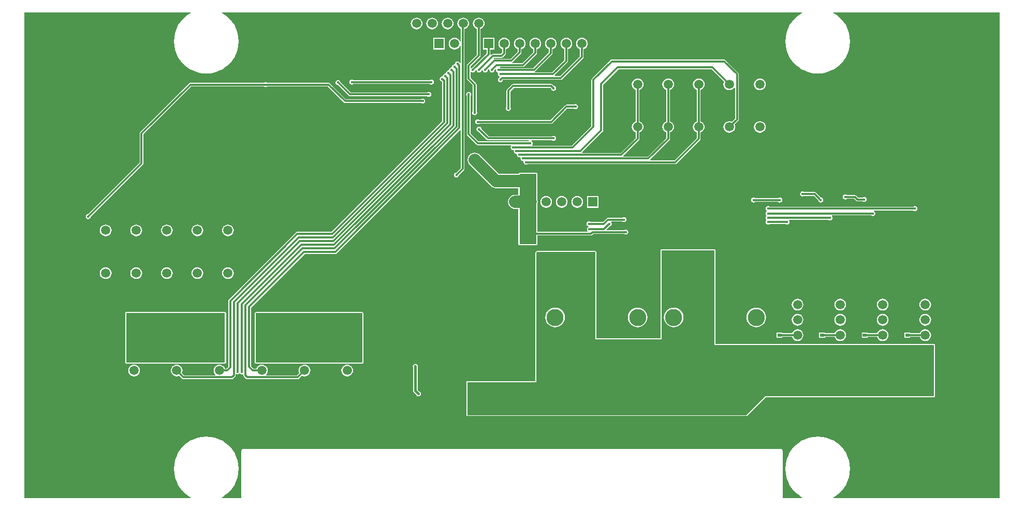
<source format=gbl>
G04*
G04 #@! TF.GenerationSoftware,Altium Limited,Altium Designer,20.0.2 (26)*
G04*
G04 Layer_Physical_Order=2*
G04 Layer_Color=16711680*
%FSLAX25Y25*%
%MOIN*%
G70*
G01*
G75*
%ADD13C,0.01181*%
%ADD20R,0.02559X0.02362*%
%ADD24R,0.21654X0.05906*%
%ADD78C,0.01575*%
%ADD93R,0.05906X0.05906*%
%ADD94C,0.05906*%
%ADD95R,0.05906X0.05906*%
%ADD96C,0.19685*%
%ADD97R,0.19685X0.19685*%
%ADD98C,0.11024*%
%ADD99C,0.01772*%
%ADD100C,0.07874*%
%ADD101R,0.68504X0.31890*%
%ADD102R,0.63780X0.31890*%
%ADD103R,0.11024X0.45276*%
G36*
X707658Y158484D02*
X600743D01*
X600629Y158971D01*
X600961Y159134D01*
X603226Y160648D01*
X605273Y162443D01*
X607069Y164491D01*
X608582Y166755D01*
X609787Y169198D01*
X610662Y171777D01*
X611193Y174448D01*
X611371Y177165D01*
X611193Y179883D01*
X610662Y182554D01*
X609787Y185133D01*
X608582Y187575D01*
X607069Y189840D01*
X605273Y191887D01*
X603226Y193683D01*
X600961Y195196D01*
X598519Y196401D01*
X595940Y197276D01*
X593269Y197807D01*
X590551Y197985D01*
X587834Y197807D01*
X585162Y197276D01*
X582584Y196401D01*
X580141Y195196D01*
X577877Y193683D01*
X575829Y191887D01*
X574033Y189840D01*
X572520Y187575D01*
X571316Y185133D01*
X570440Y182554D01*
X569909Y179883D01*
X569731Y177165D01*
X569909Y174448D01*
X570440Y171777D01*
X571316Y169198D01*
X572520Y166755D01*
X574033Y164491D01*
X575829Y162443D01*
X577877Y160648D01*
X580141Y159134D01*
X580473Y158971D01*
X580360Y158484D01*
X567933D01*
Y188976D01*
X567856Y189360D01*
X567639Y189686D01*
X567313Y189903D01*
X566929Y189980D01*
X220472D01*
X220088Y189903D01*
X219763Y189686D01*
X219545Y189360D01*
X219469Y188976D01*
Y158484D01*
X207042D01*
X206928Y158971D01*
X207260Y159134D01*
X209525Y160648D01*
X211573Y162443D01*
X213368Y164491D01*
X214881Y166755D01*
X216086Y169198D01*
X216961Y171777D01*
X217492Y174448D01*
X217671Y177165D01*
X217492Y179883D01*
X216961Y182554D01*
X216086Y185133D01*
X214881Y187575D01*
X213368Y189840D01*
X211573Y191887D01*
X209525Y193683D01*
X207260Y195196D01*
X204818Y196401D01*
X202239Y197276D01*
X199568Y197807D01*
X196850Y197985D01*
X194133Y197807D01*
X191462Y197276D01*
X188883Y196401D01*
X186440Y195196D01*
X184176Y193683D01*
X182128Y191887D01*
X180333Y189840D01*
X178820Y187575D01*
X177615Y185133D01*
X176740Y182554D01*
X176208Y179883D01*
X176030Y177165D01*
X176208Y174448D01*
X176740Y171777D01*
X177615Y169198D01*
X178820Y166755D01*
X180333Y164491D01*
X182128Y162443D01*
X184176Y160648D01*
X186440Y159134D01*
X186772Y158971D01*
X186659Y158484D01*
X79744D01*
Y471437D01*
X186659D01*
X186772Y470951D01*
X186440Y470787D01*
X184176Y469274D01*
X182128Y467478D01*
X180333Y465430D01*
X178820Y463166D01*
X177615Y460723D01*
X176740Y458145D01*
X176208Y455474D01*
X176030Y452756D01*
X176208Y450038D01*
X176740Y447367D01*
X177615Y444788D01*
X178820Y442346D01*
X180333Y440081D01*
X182128Y438034D01*
X184176Y436238D01*
X186440Y434725D01*
X188883Y433521D01*
X191462Y432645D01*
X194133Y432114D01*
X196850Y431936D01*
X199568Y432114D01*
X202239Y432645D01*
X204818Y433521D01*
X207260Y434725D01*
X209525Y436238D01*
X211573Y438034D01*
X213368Y440081D01*
X214881Y442346D01*
X216086Y444788D01*
X216961Y447367D01*
X217492Y450038D01*
X217671Y452756D01*
X217492Y455474D01*
X216961Y458145D01*
X216086Y460723D01*
X214881Y463166D01*
X213368Y465430D01*
X211573Y467478D01*
X209525Y469274D01*
X207260Y470787D01*
X206928Y470951D01*
X207042Y471437D01*
X580360D01*
X580473Y470951D01*
X580141Y470787D01*
X577877Y469274D01*
X575829Y467478D01*
X574033Y465430D01*
X572520Y463166D01*
X571316Y460723D01*
X570440Y458145D01*
X569909Y455474D01*
X569731Y452756D01*
X569909Y450038D01*
X570440Y447367D01*
X571316Y444788D01*
X572520Y442346D01*
X574033Y440081D01*
X575829Y438034D01*
X577877Y436238D01*
X580141Y434725D01*
X582584Y433521D01*
X585162Y432645D01*
X587834Y432114D01*
X590551Y431936D01*
X593269Y432114D01*
X595940Y432645D01*
X598519Y433521D01*
X600961Y434725D01*
X603226Y436238D01*
X605273Y438034D01*
X607069Y440081D01*
X608582Y442346D01*
X609787Y444788D01*
X610662Y447367D01*
X611193Y450038D01*
X611371Y452756D01*
X611193Y455474D01*
X610662Y458145D01*
X609787Y460723D01*
X608582Y463166D01*
X607069Y465430D01*
X605273Y467478D01*
X603226Y469274D01*
X600961Y470787D01*
X600629Y470951D01*
X600743Y471437D01*
X707658D01*
Y158484D01*
D02*
G37*
%LPC*%
G36*
X352244Y467946D02*
X351268Y467817D01*
X350358Y467440D01*
X349577Y466841D01*
X348977Y466059D01*
X348600Y465150D01*
X348472Y464173D01*
X348600Y463197D01*
X348977Y462287D01*
X349577Y461506D01*
X350358Y460906D01*
X351268Y460529D01*
X352244Y460401D01*
X353221Y460529D01*
X354130Y460906D01*
X354912Y461506D01*
X355511Y462287D01*
X355888Y463197D01*
X356016Y464173D01*
X355888Y465150D01*
X355511Y466059D01*
X354912Y466841D01*
X354130Y467440D01*
X353221Y467817D01*
X352244Y467946D01*
D02*
G37*
G36*
X342244D02*
X341268Y467817D01*
X340358Y467440D01*
X339577Y466841D01*
X338977Y466059D01*
X338600Y465150D01*
X338472Y464173D01*
X338600Y463197D01*
X338977Y462287D01*
X339577Y461506D01*
X340358Y460906D01*
X341268Y460529D01*
X342244Y460401D01*
X343220Y460529D01*
X344130Y460906D01*
X344912Y461506D01*
X345511Y462287D01*
X345888Y463197D01*
X346017Y464173D01*
X345888Y465150D01*
X345511Y466059D01*
X344912Y466841D01*
X344130Y467440D01*
X343220Y467817D01*
X342244Y467946D01*
D02*
G37*
G36*
X332244D02*
X331268Y467817D01*
X330358Y467440D01*
X329577Y466841D01*
X328977Y466059D01*
X328600Y465150D01*
X328472Y464173D01*
X328600Y463197D01*
X328977Y462287D01*
X329577Y461506D01*
X330358Y460906D01*
X331268Y460529D01*
X332244Y460401D01*
X333221Y460529D01*
X334130Y460906D01*
X334912Y461506D01*
X335511Y462287D01*
X335888Y463197D01*
X336017Y464173D01*
X335888Y465150D01*
X335511Y466059D01*
X334912Y466841D01*
X334130Y467440D01*
X333221Y467817D01*
X332244Y467946D01*
D02*
G37*
G36*
X362244D02*
X361268Y467817D01*
X360358Y467440D01*
X359577Y466841D01*
X358977Y466059D01*
X358600Y465150D01*
X358472Y464173D01*
X358600Y463197D01*
X358977Y462287D01*
X359577Y461506D01*
X360358Y460906D01*
X360784Y460730D01*
Y452385D01*
X360284Y452285D01*
X359960Y453067D01*
X359360Y453849D01*
X358579Y454448D01*
X357669Y454825D01*
X356693Y454953D01*
X355717Y454825D01*
X354807Y454448D01*
X354025Y453849D01*
X353426Y453067D01*
X353049Y452157D01*
X352921Y451181D01*
X353049Y450205D01*
X353426Y449295D01*
X354025Y448514D01*
X354807Y447914D01*
X355717Y447537D01*
X356693Y447409D01*
X357669Y447537D01*
X358579Y447914D01*
X359360Y448514D01*
X359960Y449295D01*
X360284Y450077D01*
X360784Y449978D01*
Y439005D01*
X360284Y438705D01*
X360173Y438765D01*
X360163Y438811D01*
X359811Y439338D01*
X359284Y439691D01*
X358661Y439815D01*
X358039Y439691D01*
X357512Y439338D01*
X357159Y438811D01*
X357055Y438284D01*
X356861Y438021D01*
X356598Y437827D01*
X356071Y437722D01*
X355543Y437370D01*
X355191Y436843D01*
X355086Y436315D01*
X354874Y436028D01*
X354724Y435878D01*
X354102Y435754D01*
X353575Y435401D01*
X353222Y434874D01*
X353099Y434252D01*
X352949Y434102D01*
X352661Y433890D01*
X352134Y433785D01*
X351606Y433433D01*
X351254Y432906D01*
X351130Y432283D01*
X351130Y432283D01*
X350972Y432125D01*
X350693Y431921D01*
X350165Y431816D01*
X349637Y431464D01*
X349285Y430936D01*
X349180Y430410D01*
X348959Y430113D01*
X348819Y429972D01*
X348819Y429972D01*
X348197Y429848D01*
X347669Y429496D01*
X347317Y428969D01*
X347193Y428346D01*
X347317Y427724D01*
X347669Y427197D01*
X348197Y426845D01*
X348722Y426740D01*
X348796Y426667D01*
Y401286D01*
X277454Y329944D01*
X255512D01*
X255051Y329853D01*
X254894Y329748D01*
X254660Y329592D01*
X254660Y329592D01*
X211353Y286285D01*
X211092Y285894D01*
X211000Y285433D01*
X211000Y285433D01*
Y243019D01*
X209737Y241755D01*
X208860D01*
X208578Y242437D01*
X207979Y243219D01*
X207197Y243818D01*
X206287Y244195D01*
X205311Y244324D01*
X204335Y244195D01*
X203425Y243818D01*
X202643Y243219D01*
X202044Y242437D01*
X201667Y241528D01*
X201539Y240551D01*
X201667Y239575D01*
X202044Y238665D01*
X202612Y237925D01*
X202551Y237611D01*
X202488Y237425D01*
X182648D01*
X181180Y238893D01*
X181463Y239575D01*
X181591Y240551D01*
X181463Y241528D01*
X181086Y242437D01*
X180486Y243219D01*
X179705Y243818D01*
X178795Y244195D01*
X177819Y244324D01*
X176842Y244195D01*
X175933Y243818D01*
X175151Y243219D01*
X174552Y242437D01*
X174175Y241528D01*
X174047Y240551D01*
X174175Y239575D01*
X174552Y238665D01*
X175151Y237884D01*
X175933Y237284D01*
X176842Y236907D01*
X177819Y236779D01*
X178795Y236907D01*
X179477Y237190D01*
X181298Y235369D01*
X181689Y235108D01*
X182150Y235016D01*
X182150Y235016D01*
X213386D01*
X213386Y235016D01*
X213847Y235108D01*
X214237Y235369D01*
X215419Y236550D01*
X215680Y236941D01*
X215771Y237402D01*
Y238018D01*
X216271Y238286D01*
X216307Y238262D01*
X216929Y238138D01*
X217551Y238262D01*
X218079Y238614D01*
X218535D01*
X218535Y238614D01*
X219062Y238261D01*
X219685Y238138D01*
X220307Y238261D01*
X220343Y238286D01*
X220843Y238018D01*
Y237402D01*
X220843Y237402D01*
X220935Y236941D01*
X221196Y236550D01*
X222377Y235369D01*
X222767Y235108D01*
X223228Y235016D01*
X255772D01*
X255772Y235016D01*
X256233Y235108D01*
X256623Y235369D01*
X258444Y237190D01*
X259126Y236907D01*
X260102Y236779D01*
X261079Y236907D01*
X261989Y237284D01*
X262770Y237884D01*
X263369Y238665D01*
X263746Y239575D01*
X263875Y240551D01*
X263746Y241528D01*
X263369Y242437D01*
X262770Y243219D01*
X261989Y243818D01*
X261079Y244195D01*
X260102Y244324D01*
X259126Y244195D01*
X258216Y243818D01*
X257435Y243219D01*
X256835Y242437D01*
X256458Y241528D01*
X256330Y240551D01*
X256458Y239575D01*
X256741Y238893D01*
X255273Y237425D01*
X235434D01*
X235370Y237611D01*
X235309Y237925D01*
X235877Y238665D01*
X236254Y239575D01*
X236383Y240551D01*
X236254Y241528D01*
X235877Y242437D01*
X235278Y243219D01*
X234496Y243818D01*
X233587Y244195D01*
X232610Y244324D01*
X231634Y244195D01*
X230724Y243818D01*
X229943Y243219D01*
X229343Y242437D01*
X229061Y241755D01*
X227271D01*
X225614Y243412D01*
Y280997D01*
X260341Y315725D01*
X279921D01*
X279921Y315725D01*
X280382Y315817D01*
X280773Y316078D01*
X360284Y395589D01*
X360784Y395382D01*
Y371148D01*
X357777Y368141D01*
X357251Y368037D01*
X356724Y367684D01*
X356371Y367157D01*
X356248Y366535D01*
X356371Y365913D01*
X356724Y365385D01*
X357251Y365033D01*
X357873Y364909D01*
X358495Y365033D01*
X359023Y365385D01*
X359375Y365913D01*
X359480Y366438D01*
X362840Y369798D01*
X362840Y369798D01*
X363101Y370189D01*
X363192Y370650D01*
Y460526D01*
X363221Y460529D01*
X364130Y460906D01*
X364912Y461506D01*
X365511Y462287D01*
X365888Y463197D01*
X366017Y464173D01*
X365888Y465150D01*
X365511Y466059D01*
X364912Y466841D01*
X364130Y467440D01*
X363221Y467817D01*
X362244Y467946D01*
D02*
G37*
G36*
X350433Y454921D02*
X342953D01*
Y447441D01*
X350433D01*
Y454921D01*
D02*
G37*
G36*
X530315Y440968D02*
X530315Y440968D01*
X457874D01*
X457874Y440968D01*
X457413Y440876D01*
X457022Y440615D01*
X445212Y428804D01*
X444950Y428414D01*
X444859Y427953D01*
X444859Y427953D01*
Y398137D01*
X432178Y385456D01*
X406948D01*
X406842Y385605D01*
X406727Y385956D01*
X407014Y386386D01*
X407137Y387008D01*
X407014Y387630D01*
X406661Y388157D01*
X406219Y388453D01*
X406261Y388845D01*
X406302Y388953D01*
X419405D01*
X419850Y388655D01*
X420472Y388532D01*
X421095Y388655D01*
X421622Y389008D01*
X421974Y389535D01*
X422098Y390158D01*
X421974Y390780D01*
X421622Y391307D01*
X421095Y391659D01*
X420472Y391783D01*
X419850Y391659D01*
X419405Y391362D01*
X378845D01*
X374047Y396160D01*
X373943Y396685D01*
X373590Y397213D01*
X373063Y397565D01*
X372441Y397689D01*
X371819Y397565D01*
X371291Y397213D01*
X370939Y396685D01*
X370815Y396063D01*
X370939Y395441D01*
X371291Y394913D01*
X371819Y394561D01*
X372344Y394457D01*
X377495Y389306D01*
X377495Y389306D01*
X377886Y389045D01*
X378346Y388953D01*
X404504D01*
X404670Y388453D01*
X404410Y388212D01*
X372152D01*
X366953Y393412D01*
Y417437D01*
X367250Y417882D01*
X367374Y418504D01*
X367250Y419127D01*
X366898Y419654D01*
X366371Y420006D01*
X365749Y420130D01*
X365126Y420006D01*
X364599Y419654D01*
X364247Y419127D01*
X364123Y418504D01*
X364247Y417882D01*
X364544Y417437D01*
Y392913D01*
X364544Y392913D01*
X364636Y392452D01*
X364897Y392061D01*
X370802Y386156D01*
X370802Y386156D01*
X371193Y385895D01*
X371654Y385804D01*
X393052D01*
X393158Y385655D01*
X393273Y385304D01*
X392986Y384874D01*
X392863Y384252D01*
X392986Y383630D01*
X393339Y383102D01*
X393866Y382750D01*
X394488Y382626D01*
X394892Y382197D01*
X394831Y381890D01*
X394955Y381268D01*
X395307Y380740D01*
X395834Y380388D01*
X396457Y380264D01*
X396861Y379835D01*
X396799Y379528D01*
X396923Y378905D01*
X397276Y378378D01*
X397803Y378026D01*
X398425Y377902D01*
X398854Y377987D01*
X398878Y377976D01*
X399236Y377618D01*
X399247Y377594D01*
X399162Y377165D01*
X399285Y376543D01*
X399638Y376016D01*
X400165Y375663D01*
X400787Y375540D01*
X401191Y375110D01*
X401130Y374803D01*
X401254Y374181D01*
X401606Y373653D01*
X402133Y373301D01*
X402755Y373177D01*
X403378Y373301D01*
X403823Y373599D01*
X498818D01*
X498818Y373598D01*
X499279Y373690D01*
X499670Y373951D01*
X514788Y389070D01*
X514788Y389070D01*
X515050Y389460D01*
X515141Y389921D01*
X515141Y389921D01*
Y393954D01*
X515823Y394237D01*
X516605Y394836D01*
X517204Y395618D01*
X517581Y396528D01*
X517709Y397504D01*
X517581Y398480D01*
X517204Y399390D01*
X516605Y400171D01*
X515823Y400771D01*
X515141Y401053D01*
Y421447D01*
X515823Y421729D01*
X516605Y422329D01*
X517204Y423110D01*
X517581Y424020D01*
X517709Y424996D01*
X517581Y425972D01*
X517204Y426882D01*
X516605Y427664D01*
X515823Y428263D01*
X514913Y428640D01*
X513937Y428768D01*
X512961Y428640D01*
X512051Y428263D01*
X511270Y427664D01*
X510670Y426882D01*
X510293Y425972D01*
X510165Y424996D01*
X510293Y424020D01*
X510670Y423110D01*
X511270Y422329D01*
X512051Y421729D01*
X512733Y421447D01*
Y401053D01*
X512051Y400771D01*
X511270Y400171D01*
X510670Y399390D01*
X510293Y398480D01*
X510165Y397504D01*
X510293Y396528D01*
X510670Y395618D01*
X511270Y394836D01*
X512051Y394237D01*
X512733Y393954D01*
Y390420D01*
X498320Y376007D01*
X482748D01*
X482541Y376507D01*
X495104Y389070D01*
X495365Y389460D01*
X495456Y389921D01*
Y393954D01*
X496138Y394237D01*
X496919Y394836D01*
X497519Y395618D01*
X497896Y396528D01*
X498024Y397504D01*
X497896Y398480D01*
X497519Y399390D01*
X496919Y400171D01*
X496138Y400771D01*
X495456Y401053D01*
Y421447D01*
X496138Y421729D01*
X496919Y422329D01*
X497519Y423110D01*
X497896Y424020D01*
X498024Y424996D01*
X497896Y425972D01*
X497519Y426882D01*
X496919Y427664D01*
X496138Y428263D01*
X495228Y428640D01*
X494252Y428768D01*
X493276Y428640D01*
X492366Y428263D01*
X491584Y427664D01*
X490985Y426882D01*
X490608Y425972D01*
X490480Y424996D01*
X490608Y424020D01*
X490985Y423110D01*
X491584Y422329D01*
X492366Y421729D01*
X493048Y421447D01*
Y401053D01*
X492366Y400771D01*
X491584Y400171D01*
X490985Y399390D01*
X490608Y398480D01*
X490480Y397504D01*
X490608Y396528D01*
X490985Y395618D01*
X491584Y394836D01*
X492366Y394237D01*
X493048Y393954D01*
Y390420D01*
X480997Y378370D01*
X465425D01*
X465218Y378870D01*
X475419Y389070D01*
X475679Y389460D01*
X475771Y389921D01*
Y393954D01*
X476453Y394237D01*
X477234Y394836D01*
X477834Y395618D01*
X478211Y396528D01*
X478339Y397504D01*
X478211Y398480D01*
X477834Y399390D01*
X477234Y400171D01*
X476453Y400771D01*
X475771Y401053D01*
Y421447D01*
X476453Y421729D01*
X477234Y422329D01*
X477834Y423110D01*
X478211Y424020D01*
X478339Y424996D01*
X478211Y425972D01*
X477834Y426882D01*
X477234Y427664D01*
X476453Y428263D01*
X475543Y428640D01*
X474567Y428768D01*
X473591Y428640D01*
X472681Y428263D01*
X471899Y427664D01*
X471300Y426882D01*
X470923Y425972D01*
X470794Y424996D01*
X470923Y424020D01*
X471300Y423110D01*
X471899Y422329D01*
X472681Y421729D01*
X473363Y421447D01*
Y401053D01*
X472681Y400771D01*
X471899Y400171D01*
X471300Y399390D01*
X470923Y398480D01*
X470794Y397504D01*
X470923Y396528D01*
X471300Y395618D01*
X471899Y394836D01*
X472681Y394237D01*
X473363Y393954D01*
Y390420D01*
X463674Y380732D01*
X439047D01*
X438840Y381232D01*
X452033Y394424D01*
X452033Y394424D01*
X452294Y394815D01*
X452385Y395276D01*
X452385Y395276D01*
Y424698D01*
X462310Y434622D01*
X522293D01*
X530261Y426654D01*
X529978Y425972D01*
X529850Y424996D01*
X529978Y424020D01*
X530355Y423110D01*
X530955Y422329D01*
X531736Y421729D01*
X532646Y421352D01*
X533622Y421224D01*
X534598Y421352D01*
X535508Y421729D01*
X536290Y422329D01*
X536878Y423096D01*
X536924Y423101D01*
X537378Y422985D01*
Y402963D01*
X535280Y400865D01*
X534598Y401148D01*
X533622Y401276D01*
X532646Y401148D01*
X531736Y400771D01*
X530955Y400171D01*
X530355Y399390D01*
X529978Y398480D01*
X529850Y397504D01*
X529978Y396528D01*
X530355Y395618D01*
X530955Y394836D01*
X531736Y394237D01*
X532646Y393860D01*
X533622Y393731D01*
X534598Y393860D01*
X535508Y394237D01*
X536290Y394836D01*
X536889Y395618D01*
X537266Y396528D01*
X537395Y397504D01*
X537266Y398480D01*
X536983Y399162D01*
X539434Y401613D01*
X539695Y402004D01*
X539787Y402465D01*
X539787Y402465D01*
Y431496D01*
X539695Y431957D01*
X539434Y432348D01*
X531167Y440615D01*
X530776Y440876D01*
X530315Y440968D01*
D02*
G37*
G36*
X372244Y467946D02*
X371268Y467817D01*
X370358Y467440D01*
X369577Y466841D01*
X368977Y466059D01*
X368600Y465150D01*
X368472Y464173D01*
X368600Y463197D01*
X368977Y462287D01*
X369577Y461506D01*
X370358Y460906D01*
X371040Y460624D01*
Y444003D01*
X364896Y437859D01*
X364635Y437469D01*
X364544Y437008D01*
X364544Y437008D01*
Y428740D01*
X364544Y428740D01*
X364635Y428279D01*
X364896Y427889D01*
X368481Y424304D01*
Y407761D01*
X368183Y407315D01*
X368059Y406693D01*
X368183Y406071D01*
X368535Y405543D01*
X369063Y405191D01*
X369685Y405067D01*
X370307Y405191D01*
X370835Y405543D01*
X371187Y406071D01*
X371311Y406693D01*
X371187Y407315D01*
X370889Y407761D01*
Y424803D01*
X370798Y425264D01*
X370537Y425655D01*
X370536Y425655D01*
X366952Y429239D01*
Y432816D01*
X367101Y432922D01*
X367452Y433037D01*
X367882Y432750D01*
X368504Y432626D01*
X369126Y432750D01*
X369654Y433102D01*
X370006Y433630D01*
X370077Y433987D01*
X370365Y434190D01*
X370872Y433966D01*
X370939Y433630D01*
X371291Y433102D01*
X371819Y432750D01*
X372441Y432626D01*
X373063Y432750D01*
X373590Y433102D01*
X373943Y433630D01*
X374014Y433987D01*
X374302Y434190D01*
X374809Y433966D01*
X374876Y433630D01*
X375228Y433102D01*
X375756Y432750D01*
X376378Y432626D01*
X377000Y432750D01*
X377527Y433102D01*
X377880Y433630D01*
X377984Y434155D01*
X378695Y434866D01*
X379156Y434620D01*
X379083Y434252D01*
X379207Y433630D01*
X379559Y433102D01*
X380086Y432750D01*
X380709Y432626D01*
X381331Y432750D01*
X381858Y433102D01*
X382211Y433630D01*
X382315Y434155D01*
X383026Y434866D01*
X383487Y434620D01*
X383414Y434252D01*
X383537Y433630D01*
X383890Y433102D01*
X384417Y432750D01*
X384525Y432729D01*
X384755Y432173D01*
X384718Y432118D01*
X384595Y431496D01*
X384718Y430874D01*
X385071Y430346D01*
X385598Y429994D01*
X385673Y429979D01*
Y429469D01*
X385598Y429455D01*
X385071Y429102D01*
X384718Y428575D01*
X384595Y427953D01*
X384718Y427331D01*
X385071Y426803D01*
X385598Y426451D01*
X386221Y426327D01*
X386843Y426451D01*
X387370Y426803D01*
X387722Y427331D01*
X387827Y427856D01*
X387900Y427930D01*
X425197D01*
X425197Y427930D01*
X425658Y428021D01*
X426048Y428282D01*
X439513Y441747D01*
X439513Y441747D01*
X439774Y442138D01*
X439866Y442598D01*
X439866Y442598D01*
Y447632D01*
X440548Y447914D01*
X441329Y448514D01*
X441928Y449295D01*
X442305Y450205D01*
X442434Y451181D01*
X442305Y452157D01*
X441928Y453067D01*
X441329Y453849D01*
X440548Y454448D01*
X439638Y454825D01*
X438661Y454953D01*
X437685Y454825D01*
X436775Y454448D01*
X435994Y453849D01*
X435394Y453067D01*
X435017Y452157D01*
X434889Y451181D01*
X435017Y450205D01*
X435394Y449295D01*
X435994Y448514D01*
X436775Y447914D01*
X437457Y447632D01*
Y443097D01*
X424698Y430338D01*
X421331D01*
X421124Y430838D01*
X429513Y439227D01*
X429513Y439227D01*
X429774Y439618D01*
X429866Y440079D01*
Y447632D01*
X430548Y447914D01*
X431329Y448514D01*
X431928Y449295D01*
X432305Y450205D01*
X432434Y451181D01*
X432305Y452157D01*
X431928Y453067D01*
X431329Y453849D01*
X430548Y454448D01*
X429638Y454825D01*
X428661Y454953D01*
X427685Y454825D01*
X426775Y454448D01*
X425994Y453849D01*
X425394Y453067D01*
X425017Y452157D01*
X424889Y451181D01*
X425017Y450205D01*
X425394Y449295D01*
X425994Y448514D01*
X426775Y447914D01*
X427457Y447632D01*
Y440578D01*
X419580Y432700D01*
X408509D01*
X408488Y432754D01*
X408426Y433200D01*
X408726Y433400D01*
X419513Y444188D01*
X419513Y444188D01*
X419774Y444579D01*
X419866Y445039D01*
X419866Y445039D01*
Y447632D01*
X420548Y447914D01*
X421329Y448514D01*
X421928Y449295D01*
X422305Y450205D01*
X422434Y451181D01*
X422305Y452157D01*
X421928Y453067D01*
X421329Y453849D01*
X420548Y454448D01*
X419638Y454825D01*
X418661Y454953D01*
X417685Y454825D01*
X416775Y454448D01*
X415994Y453849D01*
X415394Y453067D01*
X415018Y452157D01*
X414889Y451181D01*
X415018Y450205D01*
X415394Y449295D01*
X415994Y448514D01*
X416775Y447914D01*
X417457Y447632D01*
Y445538D01*
X407375Y435456D01*
X386141D01*
X385882Y435697D01*
X386047Y436197D01*
X400787D01*
X400787Y436197D01*
X401248Y436289D01*
X401639Y436550D01*
X409513Y444424D01*
X409513Y444424D01*
X409774Y444815D01*
X409866Y445276D01*
X409866Y445276D01*
Y447632D01*
X410548Y447914D01*
X411329Y448514D01*
X411928Y449295D01*
X412305Y450205D01*
X412434Y451181D01*
X412305Y452157D01*
X411928Y453067D01*
X411329Y453849D01*
X410548Y454448D01*
X409638Y454825D01*
X408661Y454953D01*
X407685Y454825D01*
X406775Y454448D01*
X405994Y453849D01*
X405394Y453067D01*
X405018Y452157D01*
X404889Y451181D01*
X405018Y450205D01*
X405394Y449295D01*
X405994Y448514D01*
X406775Y447914D01*
X407457Y447632D01*
Y445774D01*
X400289Y438606D01*
X393942D01*
X393921Y438660D01*
X393859Y439106D01*
X394159Y439306D01*
X399513Y444660D01*
X399513Y444660D01*
X399774Y445051D01*
X399866Y445512D01*
X399866Y445512D01*
Y447632D01*
X400548Y447914D01*
X401329Y448514D01*
X401928Y449295D01*
X402305Y450205D01*
X402434Y451181D01*
X402305Y452157D01*
X401928Y453067D01*
X401329Y453849D01*
X400548Y454448D01*
X399638Y454825D01*
X398661Y454953D01*
X397685Y454825D01*
X396775Y454448D01*
X395994Y453849D01*
X395394Y453067D01*
X395018Y452157D01*
X394889Y451181D01*
X395018Y450205D01*
X395394Y449295D01*
X395994Y448514D01*
X396775Y447914D01*
X397457Y447632D01*
Y446011D01*
X392808Y441362D01*
X382283D01*
X381839Y441729D01*
X382174Y442103D01*
X387008D01*
X387008Y442103D01*
X387469Y442195D01*
X387859Y442456D01*
X389513Y444109D01*
X389513Y444109D01*
X389774Y444500D01*
X389866Y444961D01*
Y447632D01*
X390548Y447914D01*
X391329Y448514D01*
X391928Y449295D01*
X392305Y450205D01*
X392434Y451181D01*
X392305Y452157D01*
X391928Y453067D01*
X391329Y453849D01*
X390548Y454448D01*
X389638Y454825D01*
X388661Y454953D01*
X387685Y454825D01*
X386775Y454448D01*
X385994Y453849D01*
X385394Y453067D01*
X385017Y452157D01*
X384889Y451181D01*
X385017Y450205D01*
X385394Y449295D01*
X385994Y448514D01*
X386775Y447914D01*
X387457Y447632D01*
Y445460D01*
X386509Y444511D01*
X381496D01*
X381035Y444420D01*
X380879Y444315D01*
X380644Y444159D01*
X380644Y444159D01*
X380382Y443896D01*
X380276Y443912D01*
X379866Y444410D01*
X379866Y444410D01*
Y447441D01*
X382402D01*
Y454921D01*
X374921D01*
Y447441D01*
X377457D01*
Y444908D01*
X368407Y435858D01*
X367882Y435754D01*
X367452Y435467D01*
X367101Y435582D01*
X366952Y435688D01*
Y436509D01*
X373096Y442652D01*
X373096Y442652D01*
X373357Y443043D01*
X373448Y443504D01*
X373448Y443504D01*
Y460624D01*
X374130Y460906D01*
X374912Y461506D01*
X375511Y462287D01*
X375888Y463197D01*
X376016Y464173D01*
X375888Y465150D01*
X375511Y466059D01*
X374912Y466841D01*
X374130Y467440D01*
X373220Y467817D01*
X372244Y467946D01*
D02*
G37*
G36*
X235039Y426429D02*
X234417Y426305D01*
X233972Y426007D01*
X186614D01*
X186614Y426007D01*
X186153Y425916D01*
X185763Y425655D01*
X185763Y425655D01*
X154267Y394159D01*
X154006Y393768D01*
X153914Y393307D01*
X153914Y393307D01*
Y374515D01*
X120770Y341370D01*
X120244Y341266D01*
X119717Y340913D01*
X119364Y340386D01*
X119240Y339764D01*
X119364Y339142D01*
X119717Y338614D01*
X120244Y338262D01*
X120866Y338138D01*
X121488Y338262D01*
X122016Y338614D01*
X122368Y339142D01*
X122473Y339667D01*
X155970Y373164D01*
X156231Y373555D01*
X156322Y374016D01*
Y392808D01*
X187113Y423599D01*
X233972D01*
X234417Y423301D01*
X235039Y423177D01*
X235662Y423301D01*
X236107Y423599D01*
X275092D01*
X285369Y413322D01*
X285369Y413322D01*
X285760Y413061D01*
X286221Y412969D01*
X286221Y412969D01*
X335153D01*
X335598Y412671D01*
X336221Y412547D01*
X336843Y412671D01*
X337370Y413024D01*
X337722Y413551D01*
X337846Y414173D01*
X337722Y414795D01*
X337370Y415323D01*
X336843Y415675D01*
X336221Y415799D01*
X335598Y415675D01*
X335153Y415378D01*
X286719D01*
X276442Y425655D01*
X276051Y425916D01*
X275590Y426007D01*
X275590Y426007D01*
X236107D01*
X235662Y426305D01*
X235039Y426429D01*
D02*
G37*
G36*
X290551Y428004D02*
X289929Y427880D01*
X289402Y427528D01*
X289049Y427000D01*
X288926Y426378D01*
X289049Y425756D01*
X289402Y425228D01*
X289929Y424876D01*
X290551Y424752D01*
X291173Y424876D01*
X291619Y425174D01*
X340663D01*
X341109Y424875D01*
X341732Y424751D01*
X342354Y424875D01*
X342881Y425227D01*
X343234Y425755D01*
X343357Y426377D01*
X343234Y426999D01*
X342881Y427527D01*
X342354Y427879D01*
X341732Y428003D01*
X341109Y427879D01*
X340665Y427582D01*
X291619D01*
X291173Y427880D01*
X290551Y428004D01*
D02*
G37*
G36*
X553307Y428768D02*
X552331Y428640D01*
X551421Y428263D01*
X550640Y427664D01*
X550040Y426882D01*
X549663Y425972D01*
X549535Y424996D01*
X549663Y424020D01*
X550040Y423110D01*
X550640Y422329D01*
X551421Y421729D01*
X552331Y421352D01*
X553307Y421224D01*
X554284Y421352D01*
X555193Y421729D01*
X555975Y422329D01*
X556574Y423110D01*
X556951Y424020D01*
X557080Y424996D01*
X556951Y425972D01*
X556574Y426882D01*
X555975Y427664D01*
X555193Y428263D01*
X554284Y428640D01*
X553307Y428768D01*
D02*
G37*
G36*
X418898Y425220D02*
X418898Y425220D01*
X394488D01*
X394027Y425128D01*
X393637Y424867D01*
X390487Y421718D01*
X390226Y421327D01*
X390134Y420866D01*
X390134Y420866D01*
Y410517D01*
X389837Y410071D01*
X389713Y409449D01*
X389837Y408827D01*
X390189Y408299D01*
X390716Y407947D01*
X391339Y407823D01*
X391961Y407947D01*
X392488Y408299D01*
X392841Y408827D01*
X392964Y409449D01*
X392841Y410071D01*
X392543Y410517D01*
Y420367D01*
X394987Y422812D01*
X418399D01*
X418886Y422325D01*
X418990Y421799D01*
X419343Y421272D01*
X419870Y420919D01*
X420492Y420795D01*
X421114Y420919D01*
X421642Y421272D01*
X421994Y421799D01*
X422118Y422421D01*
X421994Y423043D01*
X421642Y423571D01*
X421114Y423923D01*
X420589Y424028D01*
X419749Y424867D01*
X419358Y425128D01*
X418898Y425220D01*
D02*
G37*
G36*
X281693Y427807D02*
X281071Y427683D01*
X280543Y427331D01*
X280191Y426803D01*
X280067Y426181D01*
X280191Y425559D01*
X280543Y425032D01*
X281071Y424679D01*
X281596Y424575D01*
X288519Y417653D01*
X288519Y417652D01*
X288753Y417496D01*
X288909Y417391D01*
X289370Y417300D01*
X339090D01*
X339535Y417002D01*
X340158Y416878D01*
X340780Y417002D01*
X341307Y417354D01*
X341659Y417882D01*
X341783Y418504D01*
X341659Y419126D01*
X341307Y419654D01*
X340780Y420006D01*
X340158Y420130D01*
X339535Y420006D01*
X339090Y419708D01*
X289869D01*
X283299Y426278D01*
X283195Y426803D01*
X282842Y427331D01*
X282315Y427683D01*
X281693Y427807D01*
D02*
G37*
G36*
X434646Y412256D02*
X434024Y412132D01*
X433578Y411834D01*
X428740D01*
X428740Y411834D01*
X428279Y411742D01*
X427889Y411482D01*
X427889Y411481D01*
X418399Y401992D01*
X372721D01*
X372276Y402289D01*
X371654Y402413D01*
X371031Y402289D01*
X370504Y401937D01*
X370152Y401409D01*
X370028Y400787D01*
X370152Y400165D01*
X370504Y399638D01*
X371031Y399285D01*
X371654Y399162D01*
X372276Y399285D01*
X372721Y399583D01*
X418898D01*
X418898Y399583D01*
X419358Y399675D01*
X419749Y399936D01*
X429239Y409426D01*
X433578D01*
X434024Y409128D01*
X434646Y409004D01*
X435268Y409128D01*
X435795Y409480D01*
X436148Y410008D01*
X436271Y410630D01*
X436148Y411252D01*
X435795Y411779D01*
X435268Y412132D01*
X434646Y412256D01*
D02*
G37*
G36*
X553307Y401276D02*
X552331Y401148D01*
X551421Y400771D01*
X550640Y400171D01*
X550040Y399390D01*
X549663Y398480D01*
X549535Y397504D01*
X549663Y396528D01*
X550040Y395618D01*
X550640Y394836D01*
X551421Y394237D01*
X552331Y393860D01*
X553307Y393731D01*
X554284Y393860D01*
X555193Y394237D01*
X555975Y394836D01*
X556574Y395618D01*
X556951Y396528D01*
X557080Y397504D01*
X556951Y398480D01*
X556574Y399390D01*
X555975Y400171D01*
X555193Y400771D01*
X554284Y401148D01*
X553307Y401276D01*
D02*
G37*
G36*
X566142Y352019D02*
X565520Y351896D01*
X565074Y351598D01*
X550280D01*
X549835Y351896D01*
X549213Y352019D01*
X548591Y351896D01*
X548063Y351543D01*
X547711Y351016D01*
X547587Y350394D01*
X547711Y349772D01*
X548063Y349244D01*
X548591Y348892D01*
X549213Y348768D01*
X549835Y348892D01*
X550280Y349189D01*
X565074D01*
X565520Y348892D01*
X566142Y348768D01*
X566764Y348892D01*
X567291Y349244D01*
X567644Y349772D01*
X567767Y350394D01*
X567644Y351016D01*
X567291Y351543D01*
X566764Y351896D01*
X566142Y352019D01*
D02*
G37*
G36*
X608268Y353988D02*
X607646Y353864D01*
X607118Y353512D01*
X606766Y352984D01*
X606642Y352362D01*
X606766Y351740D01*
X607118Y351213D01*
X607646Y350860D01*
X608268Y350736D01*
X608890Y350860D01*
X609336Y351158D01*
X614068D01*
X615290Y349936D01*
X615290Y349936D01*
X615524Y349779D01*
X615681Y349675D01*
X616142Y349583D01*
X619405D01*
X619850Y349285D01*
X620472Y349162D01*
X621095Y349285D01*
X621622Y349638D01*
X621974Y350165D01*
X622098Y350787D01*
X621974Y351410D01*
X621622Y351937D01*
X621095Y352289D01*
X620472Y352413D01*
X619850Y352289D01*
X619405Y351992D01*
X616641D01*
X615418Y353214D01*
X615028Y353475D01*
X614567Y353566D01*
X614567Y353566D01*
X609336D01*
X608890Y353864D01*
X608268Y353988D01*
D02*
G37*
G36*
X580709Y355956D02*
X580087Y355833D01*
X579559Y355480D01*
X579207Y354953D01*
X579083Y354331D01*
X579207Y353709D01*
X579559Y353181D01*
X580087Y352829D01*
X580709Y352705D01*
X581331Y352829D01*
X581776Y353127D01*
X588084D01*
X590913Y350297D01*
X591018Y349771D01*
X591370Y349244D01*
X591897Y348892D01*
X592520Y348768D01*
X593142Y348892D01*
X593669Y349244D01*
X594022Y349771D01*
X594145Y350394D01*
X594022Y351016D01*
X593669Y351543D01*
X593142Y351896D01*
X592616Y352000D01*
X589434Y355182D01*
X589044Y355443D01*
X588583Y355535D01*
X588583Y355535D01*
X581776D01*
X581331Y355833D01*
X580709Y355956D01*
D02*
G37*
G36*
X653150Y346508D02*
X652528Y346384D01*
X652082Y346086D01*
X559729D01*
X559284Y346384D01*
X558661Y346508D01*
X558039Y346384D01*
X557512Y346031D01*
X557160Y345504D01*
X557036Y344882D01*
X557160Y344260D01*
X557512Y343732D01*
X557698Y343608D01*
Y343006D01*
X557512Y342882D01*
X557160Y342354D01*
X557036Y341732D01*
X557160Y341110D01*
X557445Y340683D01*
X557484Y340354D01*
X557445Y340026D01*
X557160Y339598D01*
X557036Y338976D01*
X557160Y338354D01*
X557512Y337827D01*
Y337370D01*
X557160Y336843D01*
X557036Y336221D01*
X557160Y335598D01*
X557512Y335071D01*
X558039Y334718D01*
X558661Y334595D01*
X559284Y334718D01*
X559729Y335016D01*
X569798D01*
X570244Y334718D01*
X570866Y334595D01*
X571488Y334718D01*
X572016Y335071D01*
X572368Y335598D01*
X572492Y336221D01*
X572368Y336843D01*
X572081Y337272D01*
X572196Y337624D01*
X572303Y337772D01*
X597358D01*
X597803Y337474D01*
X598425Y337351D01*
X599047Y337474D01*
X599575Y337827D01*
X599927Y338354D01*
X600051Y338976D01*
X599927Y339598D01*
X599640Y340028D01*
X599756Y340379D01*
X599862Y340528D01*
X624917D01*
X625362Y340230D01*
X625984Y340107D01*
X626606Y340230D01*
X627134Y340583D01*
X627486Y341110D01*
X627610Y341732D01*
X627486Y342354D01*
X627134Y342882D01*
X626691Y343178D01*
X626733Y343570D01*
X626774Y343678D01*
X652082D01*
X652528Y343380D01*
X653150Y343256D01*
X653772Y343380D01*
X654299Y343732D01*
X654652Y344260D01*
X654775Y344882D01*
X654652Y345504D01*
X654299Y346031D01*
X653772Y346384D01*
X653150Y346508D01*
D02*
G37*
G36*
X449488Y352953D02*
X442008D01*
Y345472D01*
X449488D01*
Y352953D01*
D02*
G37*
G36*
X435748Y352985D02*
X434772Y352856D01*
X433862Y352480D01*
X433080Y351880D01*
X432481Y351099D01*
X432104Y350189D01*
X431976Y349213D01*
X432104Y348236D01*
X432481Y347326D01*
X433080Y346545D01*
X433862Y345946D01*
X434772Y345569D01*
X435748Y345440D01*
X436724Y345569D01*
X437634Y345946D01*
X438415Y346545D01*
X439015Y347326D01*
X439392Y348236D01*
X439520Y349213D01*
X439392Y350189D01*
X439015Y351099D01*
X438415Y351880D01*
X437634Y352480D01*
X436724Y352856D01*
X435748Y352985D01*
D02*
G37*
G36*
X425748D02*
X424772Y352856D01*
X423862Y352480D01*
X423080Y351880D01*
X422481Y351099D01*
X422104Y350189D01*
X421976Y349213D01*
X422104Y348236D01*
X422481Y347326D01*
X423080Y346545D01*
X423862Y345946D01*
X424772Y345569D01*
X425748Y345440D01*
X426724Y345569D01*
X427634Y345946D01*
X428415Y346545D01*
X429015Y347326D01*
X429392Y348236D01*
X429520Y349213D01*
X429392Y350189D01*
X429015Y351099D01*
X428415Y351880D01*
X427634Y352480D01*
X426724Y352856D01*
X425748Y352985D01*
D02*
G37*
G36*
X415748D02*
X414772Y352856D01*
X413862Y352480D01*
X413081Y351880D01*
X412481Y351099D01*
X412104Y350189D01*
X411976Y349213D01*
X412104Y348236D01*
X412481Y347326D01*
X413081Y346545D01*
X413862Y345946D01*
X414772Y345569D01*
X415748Y345440D01*
X416724Y345569D01*
X417634Y345946D01*
X418415Y346545D01*
X419015Y347326D01*
X419392Y348236D01*
X419520Y349213D01*
X419392Y350189D01*
X419015Y351099D01*
X418415Y351880D01*
X417634Y352480D01*
X416724Y352856D01*
X415748Y352985D01*
D02*
G37*
G36*
X369685Y380945D02*
X368503Y380789D01*
X367402Y380333D01*
X366456Y379607D01*
X365730Y378661D01*
X365274Y377560D01*
X365118Y376378D01*
X365274Y375196D01*
X365730Y374095D01*
X366456Y373149D01*
X380235Y359369D01*
X380236Y359369D01*
X381181Y358644D01*
X382283Y358187D01*
X383465Y358032D01*
X397786D01*
Y353779D01*
X395748D01*
X394566Y353624D01*
X393465Y353167D01*
X392519Y352442D01*
X391793Y351496D01*
X391337Y350395D01*
X391181Y349213D01*
X391337Y348031D01*
X391793Y346929D01*
X392519Y345984D01*
X393465Y345258D01*
X394566Y344802D01*
X395748Y344646D01*
X397786D01*
Y322047D01*
X397973Y321595D01*
X398425Y321408D01*
X409449D01*
X409901Y321595D01*
X410088Y322047D01*
Y327536D01*
X444488D01*
X444488Y327536D01*
X444949Y327628D01*
X445340Y327889D01*
X446069Y328618D01*
X465861D01*
X466307Y328321D01*
X466929Y328197D01*
X467551Y328321D01*
X468079Y328673D01*
X468431Y329201D01*
X468555Y329823D01*
X468431Y330445D01*
X468079Y330972D01*
X467551Y331325D01*
X466929Y331448D01*
X466307Y331325D01*
X465861Y331027D01*
X454643D01*
X454452Y331489D01*
X456395Y333432D01*
X456921Y333537D01*
X457448Y333889D01*
X457801Y334417D01*
X457924Y335039D01*
X457801Y335661D01*
X457513Y336091D01*
X457628Y336441D01*
X457735Y336591D01*
X464680D01*
X465126Y336293D01*
X465748Y336170D01*
X466370Y336293D01*
X466898Y336646D01*
X467250Y337173D01*
X467374Y337795D01*
X467250Y338417D01*
X466898Y338945D01*
X466370Y339297D01*
X465748Y339421D01*
X465126Y339297D01*
X464680Y339000D01*
X455512D01*
X455512Y339000D01*
X455051Y338908D01*
X454660Y338647D01*
X454660Y338647D01*
X452257Y336244D01*
X444375D01*
X443929Y336541D01*
X443307Y336665D01*
X442685Y336541D01*
X442158Y336189D01*
X441805Y335662D01*
X441681Y335039D01*
X441805Y334417D01*
X442158Y333890D01*
X442685Y333537D01*
X442858Y333503D01*
X442880Y333043D01*
X442871Y332991D01*
X442354Y332646D01*
X442002Y332118D01*
X441878Y331496D01*
X442002Y330874D01*
X442289Y330444D01*
X442174Y330093D01*
X442068Y329944D01*
X410088D01*
Y347859D01*
X410159Y348031D01*
X410315Y349213D01*
X410159Y350395D01*
X410088Y350566D01*
Y367323D01*
X409901Y367775D01*
X409449Y367962D01*
X398425D01*
X397973Y367775D01*
X397786Y367323D01*
Y367165D01*
X385356D01*
X372914Y379607D01*
X371968Y380333D01*
X370867Y380789D01*
X369685Y380945D01*
D02*
G37*
G36*
X210846Y334615D02*
X209870Y334486D01*
X208960Y334109D01*
X208179Y333510D01*
X207579Y332729D01*
X207203Y331819D01*
X207074Y330842D01*
X207203Y329866D01*
X207579Y328956D01*
X208179Y328175D01*
X208960Y327575D01*
X209870Y327199D01*
X210846Y327070D01*
X211823Y327199D01*
X212733Y327575D01*
X213514Y328175D01*
X214113Y328956D01*
X214490Y329866D01*
X214619Y330842D01*
X214490Y331819D01*
X214113Y332729D01*
X213514Y333510D01*
X212733Y334109D01*
X211823Y334486D01*
X210846Y334615D01*
D02*
G37*
G36*
X191161D02*
X190185Y334486D01*
X189275Y334109D01*
X188494Y333510D01*
X187894Y332729D01*
X187517Y331819D01*
X187389Y330842D01*
X187517Y329866D01*
X187894Y328956D01*
X188494Y328175D01*
X189275Y327575D01*
X190185Y327199D01*
X191161Y327070D01*
X192138Y327199D01*
X193048Y327575D01*
X193829Y328175D01*
X194428Y328956D01*
X194805Y329866D01*
X194934Y330842D01*
X194805Y331819D01*
X194428Y332729D01*
X193829Y333510D01*
X193048Y334109D01*
X192138Y334486D01*
X191161Y334615D01*
D02*
G37*
G36*
X171476D02*
X170500Y334486D01*
X169590Y334109D01*
X168809Y333510D01*
X168209Y332729D01*
X167833Y331819D01*
X167704Y330842D01*
X167833Y329866D01*
X168209Y328956D01*
X168809Y328175D01*
X169590Y327575D01*
X170500Y327199D01*
X171476Y327070D01*
X172453Y327199D01*
X173363Y327575D01*
X174144Y328175D01*
X174743Y328956D01*
X175120Y329866D01*
X175249Y330842D01*
X175120Y331819D01*
X174743Y332729D01*
X174144Y333510D01*
X173363Y334109D01*
X172453Y334486D01*
X171476Y334615D01*
D02*
G37*
G36*
X151791D02*
X150815Y334486D01*
X149905Y334109D01*
X149124Y333510D01*
X148524Y332729D01*
X148147Y331819D01*
X148019Y330842D01*
X148147Y329866D01*
X148524Y328956D01*
X149124Y328175D01*
X149905Y327575D01*
X150815Y327199D01*
X151791Y327070D01*
X152768Y327199D01*
X153677Y327575D01*
X154459Y328175D01*
X155058Y328956D01*
X155435Y329866D01*
X155564Y330842D01*
X155435Y331819D01*
X155058Y332729D01*
X154459Y333510D01*
X153677Y334109D01*
X152768Y334486D01*
X151791Y334615D01*
D02*
G37*
G36*
X132106D02*
X131130Y334486D01*
X130220Y334109D01*
X129439Y333510D01*
X128839Y332729D01*
X128462Y331819D01*
X128334Y330842D01*
X128462Y329866D01*
X128839Y328956D01*
X129439Y328175D01*
X130220Y327575D01*
X131130Y327199D01*
X132106Y327070D01*
X133083Y327199D01*
X133993Y327575D01*
X134774Y328175D01*
X135373Y328956D01*
X135750Y329866D01*
X135879Y330842D01*
X135750Y331819D01*
X135373Y332729D01*
X134774Y333510D01*
X133993Y334109D01*
X133083Y334486D01*
X132106Y334615D01*
D02*
G37*
G36*
X210846Y307123D02*
X209870Y306994D01*
X208960Y306617D01*
X208179Y306018D01*
X207579Y305237D01*
X207203Y304327D01*
X207074Y303350D01*
X207203Y302374D01*
X207579Y301464D01*
X208179Y300683D01*
X208960Y300083D01*
X209870Y299707D01*
X210846Y299578D01*
X211823Y299707D01*
X212733Y300083D01*
X213514Y300683D01*
X214113Y301464D01*
X214490Y302374D01*
X214619Y303350D01*
X214490Y304327D01*
X214113Y305237D01*
X213514Y306018D01*
X212733Y306617D01*
X211823Y306994D01*
X210846Y307123D01*
D02*
G37*
G36*
X191161D02*
X190185Y306994D01*
X189275Y306617D01*
X188494Y306018D01*
X187894Y305237D01*
X187517Y304327D01*
X187389Y303350D01*
X187517Y302374D01*
X187894Y301464D01*
X188494Y300683D01*
X189275Y300083D01*
X190185Y299707D01*
X191161Y299578D01*
X192138Y299707D01*
X193048Y300083D01*
X193829Y300683D01*
X194428Y301464D01*
X194805Y302374D01*
X194934Y303350D01*
X194805Y304327D01*
X194428Y305237D01*
X193829Y306018D01*
X193048Y306617D01*
X192138Y306994D01*
X191161Y307123D01*
D02*
G37*
G36*
X171476D02*
X170500Y306994D01*
X169590Y306617D01*
X168809Y306018D01*
X168209Y305237D01*
X167833Y304327D01*
X167704Y303350D01*
X167833Y302374D01*
X168209Y301464D01*
X168809Y300683D01*
X169590Y300083D01*
X170500Y299707D01*
X171476Y299578D01*
X172453Y299707D01*
X173363Y300083D01*
X174144Y300683D01*
X174743Y301464D01*
X175120Y302374D01*
X175249Y303350D01*
X175120Y304327D01*
X174743Y305237D01*
X174144Y306018D01*
X173363Y306617D01*
X172453Y306994D01*
X171476Y307123D01*
D02*
G37*
G36*
X151791D02*
X150815Y306994D01*
X149905Y306617D01*
X149124Y306018D01*
X148524Y305237D01*
X148147Y304327D01*
X148019Y303350D01*
X148147Y302374D01*
X148524Y301464D01*
X149124Y300683D01*
X149905Y300083D01*
X150815Y299707D01*
X151791Y299578D01*
X152768Y299707D01*
X153677Y300083D01*
X154459Y300683D01*
X155058Y301464D01*
X155435Y302374D01*
X155564Y303350D01*
X155435Y304327D01*
X155058Y305237D01*
X154459Y306018D01*
X153677Y306617D01*
X152768Y306994D01*
X151791Y307123D01*
D02*
G37*
G36*
X132106D02*
X131130Y306994D01*
X130220Y306617D01*
X129439Y306018D01*
X128839Y305237D01*
X128462Y304327D01*
X128334Y303350D01*
X128462Y302374D01*
X128839Y301464D01*
X129439Y300683D01*
X130220Y300083D01*
X131130Y299707D01*
X132106Y299578D01*
X133083Y299707D01*
X133993Y300083D01*
X134774Y300683D01*
X135373Y301464D01*
X135750Y302374D01*
X135879Y303350D01*
X135750Y304327D01*
X135373Y305237D01*
X134774Y306018D01*
X133993Y306617D01*
X133083Y306994D01*
X132106Y307123D01*
D02*
G37*
G36*
X659842Y286843D02*
X658866Y286715D01*
X657956Y286338D01*
X657175Y285738D01*
X656575Y284957D01*
X656199Y284047D01*
X656070Y283071D01*
X656199Y282095D01*
X656575Y281185D01*
X657175Y280403D01*
X657956Y279804D01*
X658866Y279427D01*
X659842Y279298D01*
X660819Y279427D01*
X661729Y279804D01*
X662510Y280403D01*
X663109Y281185D01*
X663486Y282095D01*
X663615Y283071D01*
X663486Y284047D01*
X663109Y284957D01*
X662510Y285738D01*
X661729Y286338D01*
X660819Y286715D01*
X659842Y286843D01*
D02*
G37*
G36*
X632415D02*
X631438Y286715D01*
X630528Y286338D01*
X629747Y285738D01*
X629148Y284957D01*
X628771Y284047D01*
X628642Y283071D01*
X628771Y282095D01*
X629148Y281185D01*
X629747Y280403D01*
X630528Y279804D01*
X631438Y279427D01*
X632415Y279298D01*
X633391Y279427D01*
X634301Y279804D01*
X635082Y280403D01*
X635682Y281185D01*
X636059Y282095D01*
X636187Y283071D01*
X636059Y284047D01*
X635682Y284957D01*
X635082Y285738D01*
X634301Y286338D01*
X633391Y286715D01*
X632415Y286843D01*
D02*
G37*
G36*
X604987D02*
X604010Y286715D01*
X603101Y286338D01*
X602319Y285738D01*
X601720Y284957D01*
X601343Y284047D01*
X601215Y283071D01*
X601343Y282095D01*
X601720Y281185D01*
X602319Y280403D01*
X603101Y279804D01*
X604010Y279427D01*
X604987Y279298D01*
X605963Y279427D01*
X606873Y279804D01*
X607654Y280403D01*
X608254Y281185D01*
X608631Y282095D01*
X608759Y283071D01*
X608631Y284047D01*
X608254Y284957D01*
X607654Y285738D01*
X606873Y286338D01*
X605963Y286715D01*
X604987Y286843D01*
D02*
G37*
G36*
X577559D02*
X576583Y286715D01*
X575673Y286338D01*
X574892Y285738D01*
X574292Y284957D01*
X573915Y284047D01*
X573787Y283071D01*
X573915Y282095D01*
X574292Y281185D01*
X574892Y280403D01*
X575673Y279804D01*
X576583Y279427D01*
X577559Y279298D01*
X578535Y279427D01*
X579445Y279804D01*
X580227Y280403D01*
X580826Y281185D01*
X581203Y282095D01*
X581331Y283071D01*
X581203Y284047D01*
X580826Y284957D01*
X580227Y285738D01*
X579445Y286338D01*
X578535Y286715D01*
X577559Y286843D01*
D02*
G37*
G36*
X659842Y277001D02*
X658866Y276872D01*
X657956Y276495D01*
X657175Y275896D01*
X656575Y275115D01*
X656199Y274205D01*
X656070Y273228D01*
X656199Y272252D01*
X656575Y271342D01*
X657175Y270561D01*
X657956Y269961D01*
X658866Y269584D01*
X659842Y269456D01*
X660819Y269584D01*
X661729Y269961D01*
X662510Y270561D01*
X663109Y271342D01*
X663486Y272252D01*
X663615Y273228D01*
X663486Y274205D01*
X663109Y275115D01*
X662510Y275896D01*
X661729Y276495D01*
X660819Y276872D01*
X659842Y277001D01*
D02*
G37*
G36*
X632415D02*
X631438Y276872D01*
X630528Y276495D01*
X629747Y275896D01*
X629148Y275115D01*
X628771Y274205D01*
X628642Y273228D01*
X628771Y272252D01*
X629148Y271342D01*
X629747Y270561D01*
X630528Y269961D01*
X631438Y269584D01*
X632415Y269456D01*
X633391Y269584D01*
X634301Y269961D01*
X635082Y270561D01*
X635682Y271342D01*
X636059Y272252D01*
X636187Y273228D01*
X636059Y274205D01*
X635682Y275115D01*
X635082Y275896D01*
X634301Y276495D01*
X633391Y276872D01*
X632415Y277001D01*
D02*
G37*
G36*
X604987D02*
X604010Y276872D01*
X603101Y276495D01*
X602319Y275896D01*
X601720Y275115D01*
X601343Y274205D01*
X601215Y273228D01*
X601343Y272252D01*
X601720Y271342D01*
X602319Y270561D01*
X603101Y269961D01*
X604010Y269584D01*
X604987Y269456D01*
X605963Y269584D01*
X606873Y269961D01*
X607654Y270561D01*
X608254Y271342D01*
X608631Y272252D01*
X608759Y273228D01*
X608631Y274205D01*
X608254Y275115D01*
X607654Y275896D01*
X606873Y276495D01*
X605963Y276872D01*
X604987Y277001D01*
D02*
G37*
G36*
X577559D02*
X576583Y276872D01*
X575673Y276495D01*
X574892Y275896D01*
X574292Y275115D01*
X573915Y274205D01*
X573787Y273228D01*
X573915Y272252D01*
X574292Y271342D01*
X574892Y270561D01*
X575673Y269961D01*
X576583Y269584D01*
X577559Y269456D01*
X578535Y269584D01*
X579445Y269961D01*
X580227Y270561D01*
X580826Y271342D01*
X581203Y272252D01*
X581331Y273228D01*
X581203Y274205D01*
X580826Y275115D01*
X580227Y275896D01*
X579445Y276495D01*
X578535Y276872D01*
X577559Y277001D01*
D02*
G37*
G36*
X550984Y281133D02*
X549749Y281011D01*
X548562Y280651D01*
X547468Y280066D01*
X546509Y279279D01*
X545721Y278320D01*
X545136Y277225D01*
X544776Y276038D01*
X544655Y274803D01*
X544776Y273568D01*
X545136Y272381D01*
X545721Y271287D01*
X546509Y270327D01*
X547468Y269540D01*
X548562Y268955D01*
X549749Y268595D01*
X550984Y268474D01*
X552219Y268595D01*
X553406Y268955D01*
X554501Y269540D01*
X555460Y270327D01*
X556247Y271287D01*
X556832Y272381D01*
X557192Y273568D01*
X557314Y274803D01*
X557192Y276038D01*
X556832Y277225D01*
X556247Y278320D01*
X555460Y279279D01*
X554501Y280066D01*
X553406Y280651D01*
X552219Y281011D01*
X550984Y281133D01*
D02*
G37*
G36*
X474606D02*
X473371Y281011D01*
X472184Y280651D01*
X471090Y280066D01*
X470130Y279279D01*
X469343Y278320D01*
X468758Y277225D01*
X468398Y276038D01*
X468277Y274803D01*
X468398Y273568D01*
X468758Y272381D01*
X469343Y271287D01*
X470130Y270327D01*
X471090Y269540D01*
X472184Y268955D01*
X473371Y268595D01*
X474606Y268474D01*
X475841Y268595D01*
X477029Y268955D01*
X478123Y269540D01*
X479082Y270327D01*
X479869Y271287D01*
X480454Y272381D01*
X480814Y273568D01*
X480936Y274803D01*
X480814Y276038D01*
X480454Y277225D01*
X479869Y278320D01*
X479082Y279279D01*
X478123Y280066D01*
X477029Y280651D01*
X475841Y281011D01*
X474606Y281133D01*
D02*
G37*
G36*
X577559Y267158D02*
X576583Y267030D01*
X575673Y266653D01*
X574892Y266053D01*
X574292Y265272D01*
X574010Y264590D01*
X567750D01*
Y265059D01*
X564010D01*
Y261516D01*
X567750D01*
Y262182D01*
X574010D01*
X574292Y261500D01*
X574892Y260718D01*
X575673Y260119D01*
X576583Y259742D01*
X577559Y259613D01*
X578535Y259742D01*
X579445Y260119D01*
X580227Y260718D01*
X580826Y261500D01*
X581203Y262409D01*
X581331Y263386D01*
X581203Y264362D01*
X580826Y265272D01*
X580227Y266053D01*
X579445Y266653D01*
X578535Y267030D01*
X577559Y267158D01*
D02*
G37*
G36*
X659842D02*
X658866Y267030D01*
X657956Y266653D01*
X657175Y266053D01*
X656575Y265272D01*
X656293Y264590D01*
X650164D01*
Y265059D01*
X646424D01*
Y261516D01*
X650164D01*
Y262182D01*
X656293D01*
X656575Y261500D01*
X657175Y260718D01*
X657956Y260119D01*
X658866Y259742D01*
X659842Y259613D01*
X660819Y259742D01*
X661729Y260119D01*
X662510Y260718D01*
X663109Y261500D01*
X663486Y262409D01*
X663615Y263386D01*
X663486Y264362D01*
X663109Y265272D01*
X662510Y266053D01*
X661729Y266653D01*
X660819Y267030D01*
X659842Y267158D01*
D02*
G37*
G36*
X632415D02*
X631438Y267030D01*
X630528Y266653D01*
X629747Y266053D01*
X629148Y265272D01*
X628865Y264590D01*
X622693D01*
Y265059D01*
X618953D01*
Y261516D01*
X622693D01*
Y262182D01*
X628865D01*
X629148Y261500D01*
X629747Y260718D01*
X630528Y260119D01*
X631438Y259742D01*
X632415Y259613D01*
X633391Y259742D01*
X634301Y260119D01*
X635082Y260718D01*
X635682Y261500D01*
X636059Y262409D01*
X636187Y263386D01*
X636059Y264362D01*
X635682Y265272D01*
X635082Y266053D01*
X634301Y266653D01*
X633391Y267030D01*
X632415Y267158D01*
D02*
G37*
G36*
X604987D02*
X604010Y267030D01*
X603101Y266653D01*
X602319Y266053D01*
X601720Y265272D01*
X601437Y264590D01*
X595221D01*
Y265059D01*
X591481D01*
Y261516D01*
X595221D01*
Y262182D01*
X601437D01*
X601720Y261500D01*
X602319Y260718D01*
X603101Y260119D01*
X604010Y259742D01*
X604987Y259613D01*
X605963Y259742D01*
X606873Y260119D01*
X607654Y260718D01*
X608254Y261500D01*
X608631Y262409D01*
X608759Y263386D01*
X608631Y264362D01*
X608254Y265272D01*
X607654Y266053D01*
X606873Y266653D01*
X605963Y267030D01*
X604987Y267158D01*
D02*
G37*
G36*
X524016Y318749D02*
X490158D01*
X489706Y318562D01*
X489518Y318110D01*
X489518Y261269D01*
X484987D01*
X484874Y261345D01*
X484252Y261468D01*
X483630Y261345D01*
X483517Y261269D01*
X477113D01*
X477000Y261345D01*
X476378Y261468D01*
X475756Y261345D01*
X475643Y261269D01*
X469239D01*
X469126Y261345D01*
X468504Y261468D01*
X467882Y261345D01*
X467769Y261269D01*
X461365D01*
X461252Y261345D01*
X460630Y261468D01*
X460008Y261345D01*
X459895Y261269D01*
X453491D01*
X453378Y261345D01*
X452756Y261468D01*
X452134Y261345D01*
X452021Y261269D01*
X447883D01*
X447883Y316929D01*
X447696Y317381D01*
X447244Y317568D01*
X409802D01*
X409350Y317381D01*
X408997Y317028D01*
X408810Y316576D01*
X408810Y255906D01*
Y233710D01*
X364961D01*
X364509Y233523D01*
X364321Y233071D01*
Y211811D01*
X364509Y211359D01*
X364961Y211172D01*
X544488D01*
X544940Y211359D01*
X556958Y223376D01*
X665354D01*
X665806Y223564D01*
X665993Y224016D01*
Y257087D01*
X665806Y257539D01*
X665354Y257726D01*
X524655D01*
Y318110D01*
X524468Y318562D01*
X524016Y318749D01*
D02*
G37*
G36*
X297244Y278198D02*
X228740D01*
X228288Y278011D01*
X228101Y277559D01*
Y245669D01*
X228288Y245217D01*
X228740Y245030D01*
X297244D01*
X297696Y245217D01*
X297883Y245669D01*
Y277559D01*
X297696Y278011D01*
X297244Y278198D01*
D02*
G37*
G36*
X209055D02*
X145276D01*
X144824Y278011D01*
X144636Y277559D01*
Y245669D01*
X144824Y245217D01*
X145276Y245030D01*
X209055D01*
X209507Y245217D01*
X209694Y245669D01*
Y277559D01*
X209507Y278011D01*
X209055Y278198D01*
D02*
G37*
G36*
X287595Y244324D02*
X286618Y244195D01*
X285708Y243818D01*
X284927Y243219D01*
X284328Y242437D01*
X283951Y241528D01*
X283822Y240551D01*
X283951Y239575D01*
X284328Y238665D01*
X284927Y237884D01*
X285708Y237284D01*
X286618Y236907D01*
X287595Y236779D01*
X288571Y236907D01*
X289481Y237284D01*
X290262Y237884D01*
X290862Y238665D01*
X291238Y239575D01*
X291367Y240551D01*
X291238Y241528D01*
X290862Y242437D01*
X290262Y243219D01*
X289481Y243818D01*
X288571Y244195D01*
X287595Y244324D01*
D02*
G37*
G36*
X150327Y244324D02*
X149350Y244195D01*
X148441Y243818D01*
X147659Y243219D01*
X147060Y242437D01*
X146683Y241528D01*
X146554Y240551D01*
X146683Y239575D01*
X147060Y238665D01*
X147659Y237884D01*
X148441Y237284D01*
X149350Y236907D01*
X150327Y236779D01*
X151303Y236907D01*
X152213Y237284D01*
X152994Y237884D01*
X153594Y238665D01*
X153971Y239575D01*
X154099Y240551D01*
X153971Y241528D01*
X153594Y242437D01*
X152994Y243219D01*
X152213Y243818D01*
X151303Y244195D01*
X150327Y244324D01*
D02*
G37*
G36*
X331496Y244933D02*
X330874Y244809D01*
X330346Y244457D01*
X329994Y243929D01*
X329870Y243307D01*
X329994Y242685D01*
X330091Y242540D01*
Y227559D01*
X330198Y227021D01*
X330503Y226566D01*
X331928Y225140D01*
X331963Y224968D01*
X332315Y224441D01*
X332842Y224089D01*
X333465Y223965D01*
X334087Y224089D01*
X334614Y224441D01*
X334966Y224968D01*
X335090Y225590D01*
X334966Y226213D01*
X334614Y226740D01*
X334087Y227093D01*
X333915Y227127D01*
X332901Y228141D01*
Y242540D01*
X332998Y242685D01*
X333122Y243307D01*
X332998Y243929D01*
X332646Y244457D01*
X332118Y244809D01*
X331496Y244933D01*
D02*
G37*
%LPD*%
G36*
X524016Y257087D02*
X665354D01*
Y224016D01*
X556693D01*
X544488Y211811D01*
X364961D01*
Y233071D01*
X409449D01*
Y233465D01*
Y255906D01*
X409449Y316576D01*
X409802Y316929D01*
X447244D01*
X447244Y260630D01*
X490158Y260630D01*
X490158Y318110D01*
X524016D01*
Y257087D01*
D02*
G37*
%LPC*%
G36*
X497835Y281133D02*
X496600Y281011D01*
X495412Y280651D01*
X494318Y280066D01*
X493359Y279279D01*
X492572Y278320D01*
X491987Y277225D01*
X491627Y276038D01*
X491505Y274803D01*
X491627Y273568D01*
X491987Y272381D01*
X492572Y271287D01*
X493359Y270327D01*
X494318Y269540D01*
X495412Y268955D01*
X496600Y268595D01*
X497835Y268474D01*
X499069Y268595D01*
X500257Y268955D01*
X501351Y269540D01*
X502310Y270327D01*
X503098Y271287D01*
X503683Y272381D01*
X504043Y273568D01*
X504164Y274803D01*
X504043Y276038D01*
X503683Y277225D01*
X503098Y278320D01*
X502310Y279279D01*
X501351Y280066D01*
X500257Y280651D01*
X499069Y281011D01*
X497835Y281133D01*
D02*
G37*
G36*
X421457D02*
X420222Y281011D01*
X419034Y280651D01*
X417940Y280066D01*
X416981Y279279D01*
X416194Y278320D01*
X415609Y277225D01*
X415249Y276038D01*
X415127Y274803D01*
X415249Y273568D01*
X415609Y272381D01*
X416194Y271287D01*
X416981Y270327D01*
X417940Y269540D01*
X419034Y268955D01*
X420222Y268595D01*
X421457Y268474D01*
X422692Y268595D01*
X423879Y268955D01*
X424973Y269540D01*
X425933Y270327D01*
X426720Y271287D01*
X427305Y272381D01*
X427665Y273568D01*
X427786Y274803D01*
X427665Y276038D01*
X427305Y277225D01*
X426720Y278320D01*
X425933Y279279D01*
X424973Y280066D01*
X423879Y280651D01*
X422692Y281011D01*
X421457Y281133D01*
D02*
G37*
%LPD*%
D13*
X558661Y336221D02*
X570866D01*
X558661Y344882D02*
X653150D01*
X558661Y341732D02*
X625984D01*
X558661Y338976D02*
X598425D01*
X616142Y350787D02*
X620472D01*
X614567Y352362D02*
X616142Y350787D01*
X549213Y350394D02*
X566142D01*
X588583Y354331D02*
X592520Y350394D01*
X580709Y354331D02*
X588583D01*
X608268Y352362D02*
X614567D01*
X361988Y464173D02*
X362244D01*
X357873Y366535D02*
X361988Y370650D01*
X443307Y335039D02*
X452756D01*
X455512Y337795D01*
X465748D01*
X403543Y328740D02*
X444488D01*
X445571Y329823D01*
X466929D01*
X443504Y331496D02*
X452756D01*
X456299Y335039D01*
X393307Y440158D02*
X398661Y445512D01*
Y451181D01*
X378661Y444410D02*
Y451181D01*
X388661Y444961D02*
Y451181D01*
X372441Y434252D02*
X381496Y443307D01*
X387008D01*
X388661Y444961D01*
X382283Y440158D02*
X393307D01*
X376378Y434252D02*
X382283Y440158D01*
X368504Y434252D02*
X378661Y444410D01*
X380709Y434252D02*
X383858Y437402D01*
X400787D01*
X408661Y445276D01*
Y451181D01*
X385039Y434252D02*
X407874D01*
X418661Y445039D01*
Y451181D01*
X386221Y431496D02*
X420079D01*
X428661Y440079D01*
Y451181D01*
X386221Y427953D02*
X387402Y429134D01*
X425197D01*
X438661Y442598D01*
Y451181D01*
X391339Y409449D02*
Y420866D01*
X394488Y424016D01*
X418898D01*
X420492Y422421D01*
X365749Y392913D02*
Y418504D01*
Y392913D02*
X371654Y387008D01*
Y387008D02*
Y387008D01*
X398425Y379528D02*
X464173D01*
X474567Y389921D01*
Y397504D01*
Y424996D01*
X481496Y377165D02*
X494252Y389921D01*
X400787Y377165D02*
X481496D01*
X494252Y389921D02*
Y397504D01*
Y424996D01*
X402755Y374803D02*
X498818D01*
X513937Y389921D01*
Y397504D01*
Y424996D01*
X396457Y381890D02*
X437795D01*
X451181Y395276D01*
Y425197D01*
X461811Y435827D01*
X522791D01*
X533622Y424996D01*
X394488Y384252D02*
X432677D01*
X446063Y397638D01*
Y427953D01*
X457874Y439764D01*
X530315D01*
X538583Y431496D01*
Y402465D02*
Y431496D01*
X533622Y397504D02*
X538583Y402465D01*
X361988Y370650D02*
Y464173D01*
X358661Y438189D02*
X359842Y437008D01*
X356693Y436221D02*
X357874Y435039D01*
X255772Y236221D02*
X260102Y240551D01*
X177819Y240551D02*
X182150Y236221D01*
X213386D01*
X214567Y237402D01*
X223228Y236221D02*
X255772D01*
X222047Y237402D02*
X223228Y236221D01*
X224410Y242913D02*
X226772Y240551D01*
X232610D01*
X205311Y240551D02*
X210236D01*
X212205Y242520D01*
Y285433D01*
X350000Y400787D02*
Y427165D01*
X348819Y428346D02*
X350000Y427165D01*
X214567Y237402D02*
Y284646D01*
X350787Y430314D02*
X351969Y429132D01*
Y400000D02*
Y429132D01*
X214567Y284646D02*
X256299Y326378D01*
X278346D01*
X351969Y400000D01*
X216929Y239764D02*
Y283858D01*
X257087Y324016D01*
X278740D01*
X353937Y399213D01*
Y431102D01*
X352756Y432283D02*
X353937Y431102D01*
X219685Y239763D02*
Y283464D01*
X257874Y321654D01*
X279134D01*
X355906Y398425D01*
X212205Y285433D02*
X255512Y328740D01*
X277953D01*
X350000Y400787D01*
X222047Y237402D02*
Y282677D01*
X258661Y319291D01*
X279528D01*
X357874Y397638D01*
Y435039D01*
X355906Y398425D02*
Y433071D01*
X354724Y434252D02*
X355906Y433071D01*
X359842Y396850D02*
Y437008D01*
X279921Y316929D02*
X359842Y396850D01*
X259842Y316929D02*
X279921D01*
X224410Y281496D02*
X259842Y316929D01*
X224410Y242913D02*
Y281496D01*
X341732Y426377D02*
X341732Y426378D01*
X290551D02*
X341732D01*
X290551Y426378D02*
X290551Y426378D01*
X289370Y418504D02*
X340158D01*
X281693Y426181D02*
X289370Y418504D01*
X577559Y263386D02*
X577559Y263386D01*
X565880Y263386D02*
X577559D01*
X593449Y263386D02*
X604987D01*
X620921D02*
X632415D01*
X648392D02*
X659842D01*
X120866Y339764D02*
X155118Y374016D01*
Y393307D01*
X365748Y428740D02*
X369685Y424803D01*
X365748Y428740D02*
Y437008D01*
X372244Y443504D01*
Y464173D01*
X371654Y387008D02*
X405512D01*
X286221Y414173D02*
X336221D01*
X155118Y393307D02*
X186614Y424803D01*
X275590D01*
X286221Y414173D01*
X369685Y406693D02*
Y424803D01*
X378346Y390158D02*
X420472D01*
X372441Y396063D02*
X378346Y390158D01*
X428740Y410630D02*
X434646D01*
X371654Y400787D02*
X418898D01*
X428740Y410630D01*
D20*
X565880Y266634D02*
D03*
Y263288D02*
D03*
X593351Y266634D02*
D03*
Y263288D02*
D03*
X620823Y266634D02*
D03*
Y263288D02*
D03*
X648294Y266634D02*
D03*
Y263288D02*
D03*
D24*
X90565Y405905D02*
D03*
Y427953D02*
D03*
D78*
X331496Y227559D02*
X333465Y225590D01*
X331496Y227559D02*
Y243307D01*
D93*
X577559Y302756D02*
D03*
X604987D02*
D03*
X632415D02*
D03*
X659842D02*
D03*
X150327Y220866D02*
D03*
X177819D02*
D03*
X205311D02*
D03*
X232610Y220866D02*
D03*
X260102D02*
D03*
X287595D02*
D03*
D94*
X577559Y292913D02*
D03*
Y273228D02*
D03*
Y283071D02*
D03*
Y253543D02*
D03*
Y263386D02*
D03*
Y243701D02*
D03*
X604987Y292913D02*
D03*
Y273228D02*
D03*
Y283071D02*
D03*
Y253543D02*
D03*
Y263386D02*
D03*
Y243701D02*
D03*
X132106Y330842D02*
D03*
X191161D02*
D03*
X201004D02*
D03*
X171476D02*
D03*
X181319D02*
D03*
X161634D02*
D03*
X151791D02*
D03*
X141949D02*
D03*
X210846D02*
D03*
X132106Y303350D02*
D03*
X191161D02*
D03*
X201004D02*
D03*
X171476D02*
D03*
X181319D02*
D03*
X161634D02*
D03*
X151791D02*
D03*
X141949D02*
D03*
X210846D02*
D03*
X632415Y292913D02*
D03*
Y273228D02*
D03*
Y283071D02*
D03*
Y253543D02*
D03*
Y263386D02*
D03*
Y243701D02*
D03*
X659842Y292913D02*
D03*
Y273228D02*
D03*
Y283071D02*
D03*
Y253543D02*
D03*
Y263386D02*
D03*
Y243701D02*
D03*
X553307Y424996D02*
D03*
X494252D02*
D03*
X484410D02*
D03*
X513937D02*
D03*
X504095D02*
D03*
X523779D02*
D03*
X533622D02*
D03*
X543465D02*
D03*
X474567D02*
D03*
X553307Y397504D02*
D03*
X494252D02*
D03*
X484410D02*
D03*
X513937D02*
D03*
X504095D02*
D03*
X523779D02*
D03*
X533622D02*
D03*
X543465D02*
D03*
X474567D02*
D03*
X150327Y230709D02*
D03*
Y250394D02*
D03*
Y240551D02*
D03*
Y260236D02*
D03*
X177819Y230709D02*
D03*
Y250394D02*
D03*
Y240551D02*
D03*
Y260236D02*
D03*
X205311Y230709D02*
D03*
Y250394D02*
D03*
Y240551D02*
D03*
Y260236D02*
D03*
X232610Y230709D02*
D03*
Y250394D02*
D03*
Y240551D02*
D03*
Y260236D02*
D03*
X356693Y451181D02*
D03*
X366693D02*
D03*
X260102Y230709D02*
D03*
Y250394D02*
D03*
Y240551D02*
D03*
Y260236D02*
D03*
X287595Y230709D02*
D03*
Y250394D02*
D03*
Y240551D02*
D03*
Y260236D02*
D03*
X372244Y464173D02*
D03*
X352244D02*
D03*
X342244D02*
D03*
X332244D02*
D03*
X362244D02*
D03*
X438661Y451181D02*
D03*
X418661D02*
D03*
X388661D02*
D03*
X398661D02*
D03*
X408661D02*
D03*
X428661D02*
D03*
X385748Y349213D02*
D03*
X405748D02*
D03*
X435748D02*
D03*
X425748D02*
D03*
X415748D02*
D03*
X395748D02*
D03*
D95*
X220689Y330842D02*
D03*
Y303350D02*
D03*
X464724Y424996D02*
D03*
Y397504D02*
D03*
X346693Y451181D02*
D03*
X322244Y464173D02*
D03*
X378661Y451181D02*
D03*
X445748Y349213D02*
D03*
D96*
X538583Y298425D02*
D03*
X462205D02*
D03*
D97*
X510236D02*
D03*
X433858D02*
D03*
D98*
X497835Y274803D02*
D03*
X550984D02*
D03*
X421457D02*
D03*
X474606D02*
D03*
D99*
X570866Y336221D02*
D03*
X558661D02*
D03*
X653150Y344882D02*
D03*
X625984Y341732D02*
D03*
X598425Y338976D02*
D03*
X558661D02*
D03*
Y341732D02*
D03*
Y344882D02*
D03*
X620472Y350787D02*
D03*
X566142Y350394D02*
D03*
X549213D02*
D03*
X592520Y350394D02*
D03*
X580709Y354331D02*
D03*
X608268Y352362D02*
D03*
X357873Y366535D02*
D03*
X312598Y383071D02*
D03*
X291339Y394094D02*
D03*
X296063Y392126D02*
D03*
X300394Y390158D02*
D03*
X304724Y388189D02*
D03*
X308661Y385827D02*
D03*
X226378Y393307D02*
D03*
Y401181D02*
D03*
Y409055D02*
D03*
X165354Y373228D02*
D03*
Y381102D02*
D03*
Y389764D02*
D03*
Y397638D02*
D03*
X315748Y371260D02*
D03*
Y378740D02*
D03*
X334252Y433465D02*
D03*
X397244Y413779D02*
D03*
X395669Y368504D02*
D03*
X367323Y358661D02*
D03*
X372441Y344882D02*
D03*
X336614Y349213D02*
D03*
X347244Y350000D02*
D03*
X363779Y346850D02*
D03*
X355906Y344488D02*
D03*
X364173D02*
D03*
X346850Y352362D02*
D03*
X439370Y341732D02*
D03*
X441732D02*
D03*
X444095D02*
D03*
X446457D02*
D03*
Y338976D02*
D03*
X444095D02*
D03*
X441732D02*
D03*
X439370D02*
D03*
X458661Y321260D02*
D03*
Y318898D02*
D03*
Y316535D02*
D03*
Y314173D02*
D03*
X455905D02*
D03*
Y316535D02*
D03*
Y318898D02*
D03*
Y321260D02*
D03*
X443307Y335039D02*
D03*
X465748Y337795D02*
D03*
X403543Y329134D02*
D03*
X466929Y329823D02*
D03*
X443504Y331496D02*
D03*
X456299Y335039D02*
D03*
X337008Y249606D02*
D03*
X339370Y246850D02*
D03*
X337008D02*
D03*
X341732Y249606D02*
D03*
X339370D02*
D03*
X341732Y246850D02*
D03*
X346850Y222047D02*
D03*
Y219685D02*
D03*
Y217323D02*
D03*
Y214961D02*
D03*
X344094Y212598D02*
D03*
Y214961D02*
D03*
Y217323D02*
D03*
Y219685D02*
D03*
Y222047D02*
D03*
X346850Y210236D02*
D03*
Y212598D02*
D03*
X344094Y210236D02*
D03*
X353543Y246063D02*
D03*
X314961Y225984D02*
D03*
X337008Y236614D02*
D03*
Y234252D02*
D03*
Y231890D02*
D03*
Y229528D02*
D03*
X338976Y236614D02*
D03*
Y234252D02*
D03*
Y231890D02*
D03*
Y229528D02*
D03*
X340945Y229528D02*
D03*
Y231890D02*
D03*
Y234252D02*
D03*
Y236614D02*
D03*
X356299Y248425D02*
D03*
Y246063D02*
D03*
X353543Y257874D02*
D03*
Y255512D02*
D03*
Y253150D02*
D03*
Y250787D02*
D03*
Y248425D02*
D03*
X356299Y250787D02*
D03*
Y253150D02*
D03*
Y255512D02*
D03*
Y257874D02*
D03*
X292126Y274409D02*
D03*
X296063Y272441D02*
D03*
Y268373D02*
D03*
X292126Y270341D02*
D03*
Y262205D02*
D03*
X296063Y260236D02*
D03*
Y264304D02*
D03*
X292126Y266273D02*
D03*
Y250000D02*
D03*
X296063Y248031D02*
D03*
X292126Y254068D02*
D03*
X296063Y252100D02*
D03*
Y256168D02*
D03*
X292126Y258137D02*
D03*
X372441Y434252D02*
D03*
X376378D02*
D03*
X368504D02*
D03*
X380709D02*
D03*
X385039D02*
D03*
X386221Y431496D02*
D03*
Y427953D02*
D03*
X391339Y409449D02*
D03*
X420492Y422421D02*
D03*
X365749Y418504D02*
D03*
X394488Y384252D02*
D03*
X396457Y381890D02*
D03*
X398425Y379528D02*
D03*
X400787Y377165D02*
D03*
X402755Y374803D02*
D03*
X348819Y428346D02*
D03*
X350787Y430314D02*
D03*
X352756Y432283D02*
D03*
X354724Y434252D02*
D03*
X356693Y436221D02*
D03*
X358661Y438189D02*
D03*
X333465Y225590D02*
D03*
X216929Y239764D02*
D03*
X219685Y239763D02*
D03*
X572835Y429528D02*
D03*
Y401968D02*
D03*
X573622Y220079D02*
D03*
Y218110D02*
D03*
Y216142D02*
D03*
X600787Y215879D02*
D03*
Y217848D02*
D03*
Y219816D02*
D03*
X656693Y220079D02*
D03*
Y218110D02*
D03*
Y216142D02*
D03*
X629134Y215223D02*
D03*
Y217192D02*
D03*
Y219160D02*
D03*
X341732Y426377D02*
D03*
X290551Y426378D02*
D03*
X340158Y418504D02*
D03*
X281693Y426181D02*
D03*
X403543Y327165D02*
D03*
Y325197D02*
D03*
Y331102D02*
D03*
Y333071D02*
D03*
Y335039D02*
D03*
Y323228D02*
D03*
X120866Y339764D02*
D03*
X405512Y387008D02*
D03*
X370472Y378740D02*
D03*
X368898Y377165D02*
D03*
X367323Y375590D02*
D03*
X372441Y377165D02*
D03*
X370866Y375590D02*
D03*
X368898Y374016D02*
D03*
X336221Y414173D02*
D03*
X235039Y424803D02*
D03*
X369685Y406693D02*
D03*
X420472Y390158D02*
D03*
X372441Y396063D02*
D03*
X434646Y410630D02*
D03*
X371654Y400787D02*
D03*
X385827Y220473D02*
D03*
X389764Y228347D02*
D03*
X393701Y220473D02*
D03*
X397638Y228347D02*
D03*
X401575Y220473D02*
D03*
X405512Y228347D02*
D03*
X409449Y220473D02*
D03*
X413386Y228347D02*
D03*
Y244095D02*
D03*
Y259843D02*
D03*
Y275591D02*
D03*
Y291339D02*
D03*
Y307087D02*
D03*
X417323Y220473D02*
D03*
X421260Y228347D02*
D03*
X417323Y236221D02*
D03*
X421260Y244095D02*
D03*
X417323Y251969D02*
D03*
X421260Y259843D02*
D03*
X417323Y267717D02*
D03*
Y283465D02*
D03*
X421260Y291339D02*
D03*
X417323Y299213D02*
D03*
X421260Y307087D02*
D03*
X425197Y220473D02*
D03*
X429134Y228347D02*
D03*
X425197Y236221D02*
D03*
X429134Y244095D02*
D03*
X425197Y251969D02*
D03*
X429134Y259843D02*
D03*
X425197Y267717D02*
D03*
X429134Y275591D02*
D03*
X425197Y283465D02*
D03*
X433071Y220473D02*
D03*
X437008Y228347D02*
D03*
X433071Y236221D02*
D03*
X437008Y244095D02*
D03*
X433071Y251969D02*
D03*
X437008Y259843D02*
D03*
X433071Y267717D02*
D03*
X437008Y275591D02*
D03*
X433071Y283465D02*
D03*
X440945Y220473D02*
D03*
X444882Y228347D02*
D03*
X440945Y236221D02*
D03*
X444882Y244095D02*
D03*
X440945Y251969D02*
D03*
X444882Y259843D02*
D03*
X440945Y267717D02*
D03*
X444882Y275591D02*
D03*
X440945Y283465D02*
D03*
X448819Y220473D02*
D03*
X452756Y228347D02*
D03*
X448819Y236221D02*
D03*
X452756Y244095D02*
D03*
X448819Y251969D02*
D03*
X452756Y259843D02*
D03*
X456693Y220473D02*
D03*
X460630Y228347D02*
D03*
X456693Y236221D02*
D03*
X460630Y244095D02*
D03*
X456693Y251969D02*
D03*
X460630Y259843D02*
D03*
X464567Y220473D02*
D03*
X468504Y228347D02*
D03*
X464567Y236221D02*
D03*
X468504Y244095D02*
D03*
X464567Y251969D02*
D03*
X468504Y259843D02*
D03*
X472441Y220473D02*
D03*
X476378Y228347D02*
D03*
X472441Y236221D02*
D03*
X476378Y244095D02*
D03*
X472441Y251969D02*
D03*
X476378Y259843D02*
D03*
X480315Y220473D02*
D03*
X484252Y228347D02*
D03*
X480315Y236221D02*
D03*
X484252Y244095D02*
D03*
X480315Y251969D02*
D03*
X484252Y259843D02*
D03*
X488189Y220473D02*
D03*
X492126Y228347D02*
D03*
X488189Y236221D02*
D03*
X492126Y244095D02*
D03*
X488189Y251969D02*
D03*
X492126Y259843D02*
D03*
Y291339D02*
D03*
Y307087D02*
D03*
X496063Y220473D02*
D03*
X500000Y228347D02*
D03*
X496063Y236221D02*
D03*
X500000Y244095D02*
D03*
X496063Y251969D02*
D03*
X500000Y259843D02*
D03*
X496063Y267717D02*
D03*
Y283465D02*
D03*
Y299213D02*
D03*
X503937Y220473D02*
D03*
X507874Y228347D02*
D03*
X503937Y236221D02*
D03*
X507874Y244095D02*
D03*
X503937Y251969D02*
D03*
X507874Y259843D02*
D03*
X503937Y267717D02*
D03*
X507874Y275591D02*
D03*
X503937Y283465D02*
D03*
X511811Y220473D02*
D03*
X515748Y228347D02*
D03*
X511811Y236221D02*
D03*
X515748Y244095D02*
D03*
X511811Y251969D02*
D03*
X515748Y259843D02*
D03*
X511811Y267717D02*
D03*
X515748Y275591D02*
D03*
X511811Y283465D02*
D03*
X519685Y220473D02*
D03*
X523622Y228347D02*
D03*
X519685Y236221D02*
D03*
X523622Y244095D02*
D03*
X519685Y251969D02*
D03*
Y267717D02*
D03*
Y283465D02*
D03*
X527559Y220473D02*
D03*
X531496Y228347D02*
D03*
X527559Y236221D02*
D03*
X531496Y244095D02*
D03*
X527559Y251969D02*
D03*
X535433Y220473D02*
D03*
X539370Y228347D02*
D03*
X535433Y236221D02*
D03*
X539370Y244095D02*
D03*
X535433Y251969D02*
D03*
X543307Y220473D02*
D03*
X547244Y228347D02*
D03*
X543307Y236221D02*
D03*
X547244Y244095D02*
D03*
X543307Y251969D02*
D03*
X551181Y220473D02*
D03*
X555118Y228347D02*
D03*
X551181Y236221D02*
D03*
X555118Y244095D02*
D03*
X551181Y251969D02*
D03*
X562992Y228347D02*
D03*
X559055Y236221D02*
D03*
X562992Y244095D02*
D03*
X559055Y251969D02*
D03*
X570866Y228347D02*
D03*
X566929Y236221D02*
D03*
X570866Y244095D02*
D03*
X566929Y251969D02*
D03*
X574803Y236221D02*
D03*
X586615Y228347D02*
D03*
X582678Y236221D02*
D03*
X586615Y244095D02*
D03*
X582678Y251969D02*
D03*
X594488Y228347D02*
D03*
X590552Y236221D02*
D03*
X594488Y244095D02*
D03*
X590552Y251969D02*
D03*
X598425Y236221D02*
D03*
Y251969D02*
D03*
X610237Y228347D02*
D03*
X606299Y236221D02*
D03*
X610237Y244095D02*
D03*
X618111Y228347D02*
D03*
X614174Y236221D02*
D03*
X618111Y244095D02*
D03*
X614174Y251969D02*
D03*
X625985Y228347D02*
D03*
X622048Y236221D02*
D03*
X625985Y244095D02*
D03*
X622048Y251969D02*
D03*
X629922Y236221D02*
D03*
X641733Y228347D02*
D03*
X637796Y236221D02*
D03*
X641733Y244095D02*
D03*
X637796Y251969D02*
D03*
X649607Y228347D02*
D03*
X645670Y236221D02*
D03*
X649607Y244095D02*
D03*
X645670Y251969D02*
D03*
X653544Y236221D02*
D03*
Y251969D02*
D03*
X149606Y255906D02*
D03*
X151575Y267717D02*
D03*
X155512Y251969D02*
D03*
X153543Y255906D02*
D03*
X155512Y259843D02*
D03*
X153543Y263780D02*
D03*
X155512Y267717D02*
D03*
X153543Y271654D02*
D03*
X157480Y248032D02*
D03*
X159449Y251969D02*
D03*
X157480Y255906D02*
D03*
X159449Y259843D02*
D03*
X157480Y263780D02*
D03*
X159449Y267717D02*
D03*
X157480Y271654D02*
D03*
X161417Y248032D02*
D03*
X163386Y251969D02*
D03*
X161417Y255906D02*
D03*
X163386Y259843D02*
D03*
X161417Y263780D02*
D03*
X163386Y267717D02*
D03*
X161417Y271654D02*
D03*
X165354Y248032D02*
D03*
X167323Y251969D02*
D03*
X165354Y255906D02*
D03*
X167323Y259843D02*
D03*
X165354Y263780D02*
D03*
X167323Y267717D02*
D03*
X165354Y271654D02*
D03*
X169291Y248032D02*
D03*
X171260Y251969D02*
D03*
X169291Y255906D02*
D03*
X171260Y259843D02*
D03*
X169291Y263780D02*
D03*
X171260Y267717D02*
D03*
X169291Y271654D02*
D03*
X173228Y248032D02*
D03*
Y255906D02*
D03*
Y263780D02*
D03*
X175197Y267717D02*
D03*
X173228Y271654D02*
D03*
X177165Y255906D02*
D03*
X179134Y267717D02*
D03*
X183071Y251969D02*
D03*
X181103Y255906D02*
D03*
X183071Y259843D02*
D03*
X181103Y263780D02*
D03*
X183071Y267717D02*
D03*
X181103Y271654D02*
D03*
X185039Y248032D02*
D03*
X187008Y251969D02*
D03*
X185039Y255906D02*
D03*
X187008Y259843D02*
D03*
X185039Y263780D02*
D03*
X187008Y267717D02*
D03*
X185039Y271654D02*
D03*
X188977Y248032D02*
D03*
X190945Y251969D02*
D03*
X188977Y255906D02*
D03*
X190945Y259843D02*
D03*
X188977Y263780D02*
D03*
X190945Y267717D02*
D03*
X188977Y271654D02*
D03*
X192913Y248032D02*
D03*
X194882Y251969D02*
D03*
X192913Y255906D02*
D03*
X194882Y259843D02*
D03*
X192913Y263780D02*
D03*
X194882Y267717D02*
D03*
X192913Y271654D02*
D03*
X196851Y248032D02*
D03*
X198819Y251969D02*
D03*
X196851Y255906D02*
D03*
X198819Y259843D02*
D03*
X196851Y263780D02*
D03*
X198819Y267717D02*
D03*
X196851Y271654D02*
D03*
X200787Y248032D02*
D03*
Y255906D02*
D03*
Y263780D02*
D03*
X202756Y267717D02*
D03*
X200787Y271654D02*
D03*
X204725Y255906D02*
D03*
X206693Y267717D02*
D03*
X230315D02*
D03*
X232284Y255906D02*
D03*
X234252Y267717D02*
D03*
X238189Y251969D02*
D03*
X236221Y255906D02*
D03*
X238189Y259843D02*
D03*
X236221Y263780D02*
D03*
X238189Y267717D02*
D03*
X236221Y271654D02*
D03*
X240158Y248032D02*
D03*
X242126Y251969D02*
D03*
X240158Y255906D02*
D03*
X242126Y259843D02*
D03*
X240158Y263780D02*
D03*
X242126Y267717D02*
D03*
X240158Y271654D02*
D03*
X244095Y248032D02*
D03*
X246063Y251969D02*
D03*
X244095Y255906D02*
D03*
X246063Y259843D02*
D03*
X244095Y263780D02*
D03*
X246063Y267717D02*
D03*
X244095Y271654D02*
D03*
X248032Y248032D02*
D03*
X250000Y251969D02*
D03*
X248032Y255906D02*
D03*
X250000Y259843D02*
D03*
X248032Y263780D02*
D03*
X250000Y267717D02*
D03*
X248032Y271654D02*
D03*
X251969Y248032D02*
D03*
X253937Y251969D02*
D03*
X251969Y255906D02*
D03*
X253937Y259843D02*
D03*
X251969Y263780D02*
D03*
X253937Y267717D02*
D03*
X251969Y271654D02*
D03*
X255906Y248032D02*
D03*
Y255906D02*
D03*
Y263780D02*
D03*
X257874Y267717D02*
D03*
X255906Y271654D02*
D03*
X261811Y267717D02*
D03*
X263780Y248032D02*
D03*
X265748Y251969D02*
D03*
X263780Y255906D02*
D03*
X265748Y259843D02*
D03*
X263780Y263780D02*
D03*
X265748Y267717D02*
D03*
X263780Y271654D02*
D03*
X267717Y248032D02*
D03*
X269685Y251969D02*
D03*
X267717Y255906D02*
D03*
X269685Y259843D02*
D03*
X267717Y263780D02*
D03*
X269685Y267717D02*
D03*
X267717Y271654D02*
D03*
X271654Y248032D02*
D03*
X273622Y251969D02*
D03*
X271654Y255906D02*
D03*
X273622Y259843D02*
D03*
X271654Y263780D02*
D03*
X273622Y267717D02*
D03*
X271654Y271654D02*
D03*
X275591Y248032D02*
D03*
X277559Y251969D02*
D03*
X275591Y255906D02*
D03*
X277559Y259843D02*
D03*
X275591Y263780D02*
D03*
X277559Y267717D02*
D03*
X275591Y271654D02*
D03*
X279528Y248032D02*
D03*
X281496Y251969D02*
D03*
X279528Y255906D02*
D03*
X281496Y259843D02*
D03*
X279528Y263780D02*
D03*
X281496Y267717D02*
D03*
X279528Y271654D02*
D03*
X283465Y248032D02*
D03*
Y255906D02*
D03*
Y263780D02*
D03*
X285433Y267717D02*
D03*
X283465Y271654D02*
D03*
X289370Y267717D02*
D03*
X293307Y251969D02*
D03*
X331496Y243307D02*
D03*
X82677Y165354D02*
D03*
X88583Y177165D02*
D03*
X82677Y188976D02*
D03*
X88583Y200787D02*
D03*
X82677Y212598D02*
D03*
X88583Y224409D02*
D03*
X82677Y236220D02*
D03*
X88583Y248031D02*
D03*
X82677Y259842D02*
D03*
X88583Y271654D02*
D03*
X82677Y283465D02*
D03*
X88583Y295275D02*
D03*
X82677Y307086D02*
D03*
X88583Y318898D02*
D03*
X82677Y330709D02*
D03*
X88583Y342520D02*
D03*
X82677Y354331D02*
D03*
X88583Y366142D02*
D03*
X82677Y377953D02*
D03*
X88583Y389764D02*
D03*
Y437008D02*
D03*
X82677Y448819D02*
D03*
X88583Y460630D02*
D03*
X94488Y165354D02*
D03*
X100394Y177165D02*
D03*
X94488Y188976D02*
D03*
X100394Y200787D02*
D03*
X94488Y212598D02*
D03*
X100394Y224409D02*
D03*
X94488Y236220D02*
D03*
X100394Y248031D02*
D03*
X94488Y259842D02*
D03*
X100394Y271654D02*
D03*
X94488Y283465D02*
D03*
X100394Y295275D02*
D03*
X94488Y307086D02*
D03*
X100394Y318898D02*
D03*
X94488Y330709D02*
D03*
X100394Y342520D02*
D03*
X94488Y354331D02*
D03*
X100394Y366142D02*
D03*
X94488Y377953D02*
D03*
X100394Y389764D02*
D03*
Y437008D02*
D03*
X94488Y448819D02*
D03*
X100394Y460630D02*
D03*
X106299Y165354D02*
D03*
X112205Y177165D02*
D03*
X106299Y188976D02*
D03*
X112205Y200787D02*
D03*
X106299Y212598D02*
D03*
X112205Y224409D02*
D03*
X106299Y236220D02*
D03*
X112205Y248031D02*
D03*
X106299Y259842D02*
D03*
X112205Y271654D02*
D03*
X106299Y283465D02*
D03*
X112205Y295275D02*
D03*
X106299Y307086D02*
D03*
X112205Y318898D02*
D03*
X106299Y330709D02*
D03*
X112205Y342520D02*
D03*
X106299Y354331D02*
D03*
X112205Y366142D02*
D03*
X106299Y377953D02*
D03*
X112205Y389764D02*
D03*
X106299Y401575D02*
D03*
Y425197D02*
D03*
X112205Y437008D02*
D03*
X106299Y448819D02*
D03*
X112205Y460630D02*
D03*
X118110Y165354D02*
D03*
X124016Y177165D02*
D03*
X118110Y188976D02*
D03*
X124016Y200787D02*
D03*
X118110Y212598D02*
D03*
X124016Y224409D02*
D03*
X118110Y236220D02*
D03*
X124016Y248031D02*
D03*
X118110Y259842D02*
D03*
X124016Y271654D02*
D03*
X118110Y283465D02*
D03*
X124016Y295275D02*
D03*
Y318898D02*
D03*
X118110Y354331D02*
D03*
X124016Y366142D02*
D03*
X118110Y377953D02*
D03*
X124016Y389764D02*
D03*
X118110Y401575D02*
D03*
Y425197D02*
D03*
X124016Y437008D02*
D03*
X118110Y448819D02*
D03*
X124016Y460630D02*
D03*
X129921Y165354D02*
D03*
X135827Y177165D02*
D03*
X129921Y188976D02*
D03*
X135827Y200787D02*
D03*
X129921Y212598D02*
D03*
X135827Y224409D02*
D03*
X129921Y236220D02*
D03*
X135827Y248031D02*
D03*
X129921Y259842D02*
D03*
X135827Y271654D02*
D03*
X129921Y283465D02*
D03*
X135827Y295275D02*
D03*
Y318898D02*
D03*
Y342520D02*
D03*
X129921Y354331D02*
D03*
X135827Y366142D02*
D03*
X129921Y377953D02*
D03*
X135827Y389764D02*
D03*
X129921Y401575D02*
D03*
Y425197D02*
D03*
X135827Y437008D02*
D03*
X129921Y448819D02*
D03*
X135827Y460630D02*
D03*
X141732Y165354D02*
D03*
X147638Y177165D02*
D03*
X141732Y188976D02*
D03*
X147638Y200787D02*
D03*
X141732Y212598D02*
D03*
Y236220D02*
D03*
Y259842D02*
D03*
Y283465D02*
D03*
X147638Y295275D02*
D03*
X141732Y354331D02*
D03*
Y377953D02*
D03*
X147638Y389764D02*
D03*
X141732Y401575D02*
D03*
Y425197D02*
D03*
X147638Y437008D02*
D03*
X141732Y448819D02*
D03*
X147638Y460630D02*
D03*
X153543Y165354D02*
D03*
X159449Y177165D02*
D03*
X153543Y188976D02*
D03*
X159449Y200787D02*
D03*
X153543Y212598D02*
D03*
X159449Y224409D02*
D03*
X153543Y283465D02*
D03*
X159449Y295275D02*
D03*
Y318898D02*
D03*
Y342520D02*
D03*
Y437008D02*
D03*
X153543Y448819D02*
D03*
X159449Y460630D02*
D03*
X165354Y165354D02*
D03*
X171260Y177165D02*
D03*
X165354Y188976D02*
D03*
X171260Y200787D02*
D03*
X165354Y212598D02*
D03*
X171260Y224409D02*
D03*
X165354Y283465D02*
D03*
X171260Y295275D02*
D03*
X165354Y307086D02*
D03*
X171260Y366142D02*
D03*
Y389764D02*
D03*
Y413386D02*
D03*
X165354Y425197D02*
D03*
X171260Y437008D02*
D03*
X165354Y448819D02*
D03*
X171260Y460630D02*
D03*
X177165Y165354D02*
D03*
Y188976D02*
D03*
X183071Y200787D02*
D03*
X177165Y212598D02*
D03*
X183071Y224409D02*
D03*
Y295275D02*
D03*
X177165Y307086D02*
D03*
X183071Y318898D02*
D03*
Y342520D02*
D03*
Y366142D02*
D03*
Y389764D02*
D03*
Y413386D02*
D03*
X177165Y425197D02*
D03*
X194882Y200787D02*
D03*
X188976Y212598D02*
D03*
X194882Y224409D02*
D03*
X188976Y283465D02*
D03*
X194882Y295275D02*
D03*
Y318898D02*
D03*
Y366142D02*
D03*
Y389764D02*
D03*
Y413386D02*
D03*
X206693Y200787D02*
D03*
X200787Y212598D02*
D03*
Y283465D02*
D03*
X206693Y295275D02*
D03*
Y318898D02*
D03*
Y342520D02*
D03*
Y366142D02*
D03*
Y389764D02*
D03*
X218504Y200787D02*
D03*
X212598Y212598D02*
D03*
X218504Y224409D02*
D03*
Y295275D02*
D03*
Y318898D02*
D03*
Y366142D02*
D03*
X212598Y377953D02*
D03*
Y401575D02*
D03*
X218504Y437008D02*
D03*
Y460630D02*
D03*
X230315Y200787D02*
D03*
X224409Y212598D02*
D03*
X230315Y318898D02*
D03*
X224409Y377953D02*
D03*
X230315Y437008D02*
D03*
X224409Y448819D02*
D03*
X230315Y460630D02*
D03*
X242126Y200787D02*
D03*
X236220Y212598D02*
D03*
X242126Y224409D02*
D03*
Y295275D02*
D03*
Y318898D02*
D03*
X236220Y330709D02*
D03*
X242126Y366142D02*
D03*
Y437008D02*
D03*
X236220Y448819D02*
D03*
X242126Y460630D02*
D03*
X253937Y200787D02*
D03*
X248031Y212598D02*
D03*
X253937Y224409D02*
D03*
X248031Y283465D02*
D03*
X253937Y295275D02*
D03*
X248031Y330709D02*
D03*
X253937Y366142D02*
D03*
Y389764D02*
D03*
Y437008D02*
D03*
X248031Y448819D02*
D03*
X253937Y460630D02*
D03*
X265748Y200787D02*
D03*
X259842Y212598D02*
D03*
X265748Y224409D02*
D03*
Y295275D02*
D03*
X259842Y307086D02*
D03*
Y377953D02*
D03*
X265748Y437008D02*
D03*
X259842Y448819D02*
D03*
X277559Y200787D02*
D03*
X271654Y212598D02*
D03*
X277559Y224409D02*
D03*
X271654Y283465D02*
D03*
X277559Y295275D02*
D03*
X271654Y307086D02*
D03*
X277559Y342520D02*
D03*
X271654Y377953D02*
D03*
Y401575D02*
D03*
X277559Y437008D02*
D03*
X271654Y448819D02*
D03*
X289370Y200787D02*
D03*
X283465Y212598D02*
D03*
Y283465D02*
D03*
X289370Y295275D02*
D03*
X283465Y307086D02*
D03*
X289370Y318898D02*
D03*
Y366142D02*
D03*
X301181Y200787D02*
D03*
X295275Y212598D02*
D03*
X301181Y224409D02*
D03*
X295275Y236220D02*
D03*
Y283465D02*
D03*
X301181Y295275D02*
D03*
X295275Y307086D02*
D03*
X301181Y318898D02*
D03*
X295275Y354331D02*
D03*
X301181Y366142D02*
D03*
Y437008D02*
D03*
X295275Y448819D02*
D03*
X301181Y460630D02*
D03*
X312992Y200787D02*
D03*
X307086Y212598D02*
D03*
Y236220D02*
D03*
Y283465D02*
D03*
X312992Y295275D02*
D03*
X307086Y307086D02*
D03*
X312992Y318898D02*
D03*
X307086Y330709D02*
D03*
X312992Y342520D02*
D03*
Y437008D02*
D03*
X307086Y448819D02*
D03*
X312992Y460630D02*
D03*
X324803Y200787D02*
D03*
X318898Y212598D02*
D03*
X324803Y271654D02*
D03*
X318898Y283465D02*
D03*
X324803Y295275D02*
D03*
X318898Y307086D02*
D03*
Y330709D02*
D03*
X324803Y342520D02*
D03*
Y437008D02*
D03*
X318898Y448819D02*
D03*
X336614Y200787D02*
D03*
X330709Y212598D02*
D03*
X336614Y224409D02*
D03*
X330709Y259842D02*
D03*
X336614Y271654D02*
D03*
X330709Y283465D02*
D03*
X336614Y295275D02*
D03*
X330709Y307086D02*
D03*
Y330709D02*
D03*
X336614Y342520D02*
D03*
X330709Y354331D02*
D03*
X336614Y437008D02*
D03*
Y460630D02*
D03*
X348425Y200787D02*
D03*
Y224409D02*
D03*
Y248031D02*
D03*
X342520Y259842D02*
D03*
Y283465D02*
D03*
X348425Y295275D02*
D03*
X342520Y307086D02*
D03*
Y330709D02*
D03*
X348425Y437008D02*
D03*
Y460630D02*
D03*
X360236Y200787D02*
D03*
X354331Y283465D02*
D03*
X360236Y295275D02*
D03*
X354331Y307086D02*
D03*
Y330709D02*
D03*
X372047Y200787D02*
D03*
X366142Y283465D02*
D03*
X372047Y295275D02*
D03*
X366142Y307086D02*
D03*
X372047Y318898D02*
D03*
X366142Y330709D02*
D03*
X372047Y342520D02*
D03*
X383858Y200787D02*
D03*
X377953Y283465D02*
D03*
X383858Y295275D02*
D03*
X377953Y307086D02*
D03*
X383858Y318898D02*
D03*
X377953Y330709D02*
D03*
X383858Y342520D02*
D03*
Y460630D02*
D03*
X395669Y200787D02*
D03*
X389764Y236220D02*
D03*
X395669Y248031D02*
D03*
X389764Y259842D02*
D03*
X395669Y271654D02*
D03*
X389764Y283465D02*
D03*
X395669Y295275D02*
D03*
X389764Y307086D02*
D03*
X395669Y318898D02*
D03*
X389764Y330709D02*
D03*
X395669Y342520D02*
D03*
X389764Y425197D02*
D03*
X395669Y460630D02*
D03*
X407480Y200787D02*
D03*
X401575Y236220D02*
D03*
X407480Y248031D02*
D03*
X401575Y259842D02*
D03*
X407480Y271654D02*
D03*
X401575Y283465D02*
D03*
X407480Y295275D02*
D03*
X401575Y307086D02*
D03*
X407480Y318898D02*
D03*
Y460630D02*
D03*
X419291Y200787D02*
D03*
Y318898D02*
D03*
Y342520D02*
D03*
Y366142D02*
D03*
Y437008D02*
D03*
X413386Y448819D02*
D03*
X419291Y460630D02*
D03*
X431102Y200787D02*
D03*
Y318898D02*
D03*
Y342520D02*
D03*
Y366142D02*
D03*
Y389764D02*
D03*
Y413386D02*
D03*
X425197Y425197D02*
D03*
X431102Y460630D02*
D03*
X442913Y200787D02*
D03*
Y366142D02*
D03*
Y413386D02*
D03*
X437008Y425197D02*
D03*
X442913Y437008D02*
D03*
Y460630D02*
D03*
X454724Y200787D02*
D03*
Y271654D02*
D03*
Y342520D02*
D03*
Y366142D02*
D03*
Y413386D02*
D03*
X448819Y448819D02*
D03*
X454724Y460630D02*
D03*
X466535Y200787D02*
D03*
Y271654D02*
D03*
X460630Y283465D02*
D03*
X466535Y318898D02*
D03*
Y342520D02*
D03*
Y389764D02*
D03*
X460630Y401575D02*
D03*
X466535Y413386D02*
D03*
X460630Y448819D02*
D03*
X466535Y460630D02*
D03*
X478346Y200787D02*
D03*
X472441Y283465D02*
D03*
X478346Y295275D02*
D03*
X472441Y307086D02*
D03*
X478346Y318898D02*
D03*
X472441Y330709D02*
D03*
X478346Y389764D02*
D03*
Y413386D02*
D03*
X472441Y448819D02*
D03*
X478346Y460630D02*
D03*
X490157Y200787D02*
D03*
X484252Y283465D02*
D03*
Y307086D02*
D03*
Y330709D02*
D03*
X490157Y389764D02*
D03*
Y413386D02*
D03*
X484252Y448819D02*
D03*
X490157Y460630D02*
D03*
X501968Y200787D02*
D03*
X496063Y330709D02*
D03*
X501968Y389764D02*
D03*
Y413386D02*
D03*
X496063Y448819D02*
D03*
X501968Y460630D02*
D03*
X513779Y200787D02*
D03*
X507874Y330709D02*
D03*
Y401575D02*
D03*
Y448819D02*
D03*
X513779Y460630D02*
D03*
X525590Y200787D02*
D03*
Y318898D02*
D03*
X519685Y330709D02*
D03*
X525590Y389764D02*
D03*
X519685Y401575D02*
D03*
X525590Y413386D02*
D03*
X519685Y448819D02*
D03*
X525590Y460630D02*
D03*
X537401Y200787D02*
D03*
X531496Y259842D02*
D03*
X537401Y271654D02*
D03*
X531496Y283465D02*
D03*
X537401Y318898D02*
D03*
X531496Y330709D02*
D03*
X537401Y389764D02*
D03*
X531496Y401575D02*
D03*
X537401Y437008D02*
D03*
X531496Y448819D02*
D03*
X537401Y460630D02*
D03*
X549212Y200787D02*
D03*
X543307Y259842D02*
D03*
Y283465D02*
D03*
X549212Y318898D02*
D03*
X543307Y330709D02*
D03*
X549212Y389764D02*
D03*
Y413386D02*
D03*
Y437008D02*
D03*
X543307Y448819D02*
D03*
X549212Y460630D02*
D03*
X561023Y200787D02*
D03*
X555118Y212598D02*
D03*
Y259842D02*
D03*
X561023Y271654D02*
D03*
X555118Y283465D02*
D03*
Y307086D02*
D03*
Y330709D02*
D03*
X561023Y389764D02*
D03*
Y413386D02*
D03*
Y437008D02*
D03*
X555118Y448819D02*
D03*
X561023Y460630D02*
D03*
X572834Y200787D02*
D03*
X566929Y212598D02*
D03*
Y259842D02*
D03*
X572834Y271654D02*
D03*
X566929Y354331D02*
D03*
X572834Y389764D02*
D03*
Y413386D02*
D03*
Y437008D02*
D03*
X566929Y448819D02*
D03*
X584646Y200787D02*
D03*
X578740Y212598D02*
D03*
X584646Y271654D02*
D03*
Y295275D02*
D03*
Y318898D02*
D03*
X578740Y330709D02*
D03*
X584646Y366142D02*
D03*
Y389764D02*
D03*
X578740Y401575D02*
D03*
X584646Y413386D02*
D03*
X578740Y425197D02*
D03*
X596456Y200787D02*
D03*
X590551Y212598D02*
D03*
Y259842D02*
D03*
Y283465D02*
D03*
X596456Y389764D02*
D03*
X590551Y401575D02*
D03*
X596456Y413386D02*
D03*
X590551Y425197D02*
D03*
X608267Y200787D02*
D03*
X602362Y212598D02*
D03*
X608267Y318898D02*
D03*
X602362Y330709D02*
D03*
Y354331D02*
D03*
X608267Y366142D02*
D03*
Y389764D02*
D03*
X602362Y401575D02*
D03*
X608267Y413386D02*
D03*
X602362Y425197D02*
D03*
X608267Y437008D02*
D03*
X614173Y165354D02*
D03*
X620079Y177165D02*
D03*
X614173Y188976D02*
D03*
X620079Y200787D02*
D03*
X614173Y212598D02*
D03*
Y259842D02*
D03*
X620079Y271654D02*
D03*
Y366142D02*
D03*
X614173Y377953D02*
D03*
X620079Y389764D02*
D03*
X614173Y401575D02*
D03*
X620079Y413386D02*
D03*
X614173Y425197D02*
D03*
X620079Y437008D02*
D03*
X614173Y448819D02*
D03*
X620079Y460630D02*
D03*
X625984Y165354D02*
D03*
X631890Y177165D02*
D03*
X625984Y188976D02*
D03*
X631890Y200787D02*
D03*
X625984Y212598D02*
D03*
Y259842D02*
D03*
Y283465D02*
D03*
X631890Y318898D02*
D03*
Y342520D02*
D03*
X625984Y354331D02*
D03*
X631890Y366142D02*
D03*
X625984Y377953D02*
D03*
Y401575D02*
D03*
X631890Y413386D02*
D03*
X625984Y425197D02*
D03*
X631890Y437008D02*
D03*
X625984Y448819D02*
D03*
X631890Y460630D02*
D03*
X637795Y165354D02*
D03*
X643701Y177165D02*
D03*
X637795Y188976D02*
D03*
X643701Y200787D02*
D03*
X637795Y212598D02*
D03*
Y259842D02*
D03*
X643701Y271654D02*
D03*
X637795Y283465D02*
D03*
Y307086D02*
D03*
Y330709D02*
D03*
Y354331D02*
D03*
Y377953D02*
D03*
X643701Y389764D02*
D03*
X637795Y401575D02*
D03*
X643701Y413386D02*
D03*
X637795Y425197D02*
D03*
X643701Y437008D02*
D03*
X637795Y448819D02*
D03*
X643701Y460630D02*
D03*
X649606Y165354D02*
D03*
X655512Y177165D02*
D03*
X649606Y188976D02*
D03*
X655512Y200787D02*
D03*
X649606Y212598D02*
D03*
Y259842D02*
D03*
X655512Y271654D02*
D03*
Y295275D02*
D03*
Y318898D02*
D03*
Y342520D02*
D03*
Y366142D02*
D03*
X649606Y377953D02*
D03*
X655512Y389764D02*
D03*
X649606Y401575D02*
D03*
X655512Y413386D02*
D03*
X649606Y425197D02*
D03*
X655512Y437008D02*
D03*
X649606Y448819D02*
D03*
X655512Y460630D02*
D03*
X661417Y165354D02*
D03*
X667323Y177165D02*
D03*
X661417Y188976D02*
D03*
X667323Y200787D02*
D03*
X661417Y212598D02*
D03*
X667323Y224409D02*
D03*
Y248031D02*
D03*
Y271654D02*
D03*
Y295275D02*
D03*
Y318898D02*
D03*
X661417Y330709D02*
D03*
X667323Y342520D02*
D03*
X661417Y354331D02*
D03*
X667323Y366142D02*
D03*
X661417Y377953D02*
D03*
X667323Y389764D02*
D03*
X661417Y401575D02*
D03*
X667323Y413386D02*
D03*
X661417Y425197D02*
D03*
X667323Y437008D02*
D03*
X661417Y448819D02*
D03*
X667323Y460630D02*
D03*
X673228Y165354D02*
D03*
X679134Y177165D02*
D03*
X673228Y188976D02*
D03*
X679134Y200787D02*
D03*
X673228Y212598D02*
D03*
X679134Y224409D02*
D03*
X673228Y236220D02*
D03*
X679134Y248031D02*
D03*
X673228Y259842D02*
D03*
X679134Y271654D02*
D03*
X673228Y283465D02*
D03*
X679134Y295275D02*
D03*
X673228Y307086D02*
D03*
X679134Y318898D02*
D03*
X673228Y330709D02*
D03*
X679134Y342520D02*
D03*
X673228Y354331D02*
D03*
X679134Y366142D02*
D03*
X673228Y377953D02*
D03*
X679134Y389764D02*
D03*
X673228Y401575D02*
D03*
X679134Y413386D02*
D03*
X673228Y425197D02*
D03*
X679134Y437008D02*
D03*
X673228Y448819D02*
D03*
X679134Y460630D02*
D03*
X685039Y165354D02*
D03*
X690945Y177165D02*
D03*
X685039Y188976D02*
D03*
X690945Y200787D02*
D03*
X685039Y212598D02*
D03*
X690945Y224409D02*
D03*
X685039Y236220D02*
D03*
X690945Y248031D02*
D03*
X685039Y259842D02*
D03*
X690945Y271654D02*
D03*
X685039Y283465D02*
D03*
X690945Y295275D02*
D03*
X685039Y307086D02*
D03*
X690945Y318898D02*
D03*
X685039Y330709D02*
D03*
X690945Y342520D02*
D03*
X685039Y354331D02*
D03*
X690945Y366142D02*
D03*
X685039Y377953D02*
D03*
X690945Y389764D02*
D03*
X685039Y401575D02*
D03*
X690945Y413386D02*
D03*
X685039Y425197D02*
D03*
X690945Y437008D02*
D03*
X685039Y448819D02*
D03*
X690945Y460630D02*
D03*
X696850Y165354D02*
D03*
X702756Y177165D02*
D03*
X696850Y188976D02*
D03*
X702756Y200787D02*
D03*
X696850Y212598D02*
D03*
X702756Y224409D02*
D03*
X696850Y236220D02*
D03*
X702756Y248031D02*
D03*
X696850Y259842D02*
D03*
X702756Y271654D02*
D03*
X696850Y283465D02*
D03*
X702756Y295275D02*
D03*
X696850Y307086D02*
D03*
X702756Y318898D02*
D03*
X696850Y330709D02*
D03*
X702756Y342520D02*
D03*
X696850Y354331D02*
D03*
X702756Y366142D02*
D03*
X696850Y377953D02*
D03*
X702756Y389764D02*
D03*
X696850Y401575D02*
D03*
X702756Y413386D02*
D03*
X696850Y425197D02*
D03*
X702756Y437008D02*
D03*
X696850Y448819D02*
D03*
X702756Y460630D02*
D03*
D100*
X395748Y349213D02*
X405748D01*
X383465Y362598D02*
X403937D01*
X369685Y376378D02*
X383465Y362598D01*
D101*
X262992Y261614D02*
D03*
D102*
X177165D02*
D03*
D103*
X403937Y344685D02*
D03*
M02*

</source>
